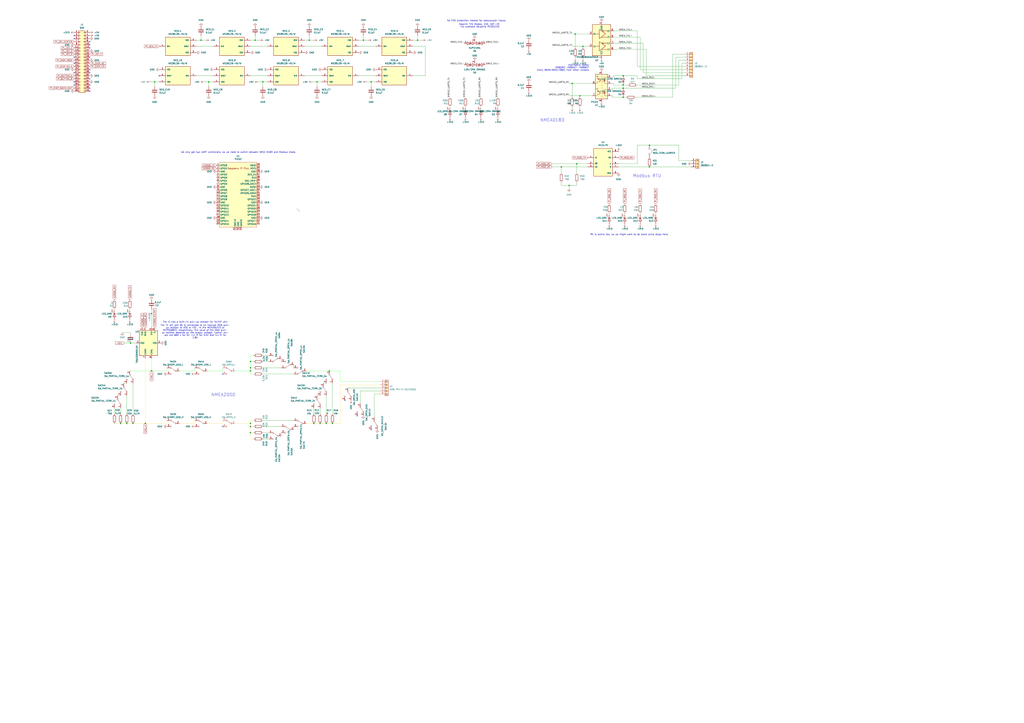
<source format=kicad_sch>
(kicad_sch (version 20231120) (generator "eeschema") (generator_version "8.0")
  (paper "A1")
  (title_block (title "MHV DEF CON 33 Badge") (rev "0.1.1-fault") (company "Maritime Hacking Village"))
  (junction (at 270.51 304.8))
  (junction (at 511.81 62.23))
  (junction (at 209.55 33.02))
  (junction (at 273.05 347.98))
  (junction (at 511.81 80.01))
  (junction (at 267.97 347.98))
  (junction (at 104.14 347.98))
  (junction (at 472.44 27.94))
  (junction (at 99.06 347.98))
  (junction (at 215.9 67.31))
  (junction (at 205.74 347.98))
  (junction (at 511.81 69.85))
  (junction (at 109.22 347.98))
  (junction (at 476.25 78.74))
  (junction (at 533.4 137.16))
  (junction (at 260.35 67.31))
  (junction (at 205.74 297.18))
  (junction (at 165.1 33.02))
  (junction (at 478.79 38.1))
  (junction (at 171.45 67.31))
  (junction (at 124.46 304.8))
  (junction (at 205.74 350.52))
  (junction (at 473.71 134.62))
  (junction (at 262.89 347.98))
  (junction (at 124.46 257.81))
  (junction (at 461.01 137.16))
  (junction (at 342.9 33.02))
  (junction (at 298.45 33.02))
  (junction (at 107.188 281.94))
  (junction (at 511.81 72.39))
  (junction (at 304.8 67.31))
  (junction (at 467.36 152.4))
  (junction (at 205.74 302.26))
  (junction (at 469.9 68.58))
  (junction (at 205.74 355.6))
  (junction (at 254 33.02))
  (junction (at 119.38 347.98))
  (junction (at 205.74 304.8))
  (junction (at 257.81 347.98))
  (junction (at 533.4 119.38))
  (junction (at 127 67.31))
  (no_connect (at 130.81 62.23))
  (no_connect (at 73.66 69.85))
  (no_connect (at 73.66 46.99))
  (no_connect (at 73.66 34.29))
  (no_connect (at 304.8 353.06))
  (no_connect (at 60.96 69.85))
  (no_connect (at 293.37 341.63))
  (no_connect (at 182.88 350.52))
  (no_connect (at 182.88 307.34))
  (no_connect (at 73.66 74.93))
  (no_connect (at 60.96 59.69))
  (no_connect (at 73.66 39.37))
  (no_connect (at 73.66 64.77))
  (no_connect (at 73.66 36.83))
  (no_connect (at 60.96 31.75))
  (no_connect (at 73.66 59.69))
  (no_connect (at 73.66 57.15))
  (no_connect (at 60.96 29.21))
  (no_connect (at 60.96 67.31))
  (no_connect (at 283.21 328.93))
  (no_connect (at 60.96 46.99))
  (no_connect (at 60.96 52.07))
  (no_connect (at 73.66 72.39))
  (bus_entry (at 243.84 171.45) (size 2.54 2.54))
  (wire (pts (xy 486.41 68.58) (xy 469.9 68.58)))
  (wire (pts (xy 209.55 29.21) (xy 209.55 33.02)))
  (wire (pts (xy 501.65 73.66) (xy 502.92 73.66)))
  (wire (pts (xy 307.34 323.85) (xy 307.34 342.9)))
  (wire (pts (xy 161.29 62.23) (xy 175.26 62.23)))
  (wire (pts (xy 504.19 35.56) (xy 528.32 35.56)))
  (wire (pts (xy 205.74 347.98) (xy 193.04 347.98)) (stroke (width 0) (color 255 207 69 1)))
  (wire (pts (xy 557.53 132.08) (xy 557.53 119.38)))
  (wire (pts (xy 215.9 307.34) (xy 241.3 307.34)))
  (wire (pts (xy 165.1 29.21) (xy 165.1 33.02)))
  (wire (pts (xy 298.45 33.02) (xy 302.26 33.02)))
  (wire (pts (xy 504.19 62.23) (xy 511.81 62.23)))
  (wire (pts (xy 254 33.02) (xy 257.81 33.02)))
  (wire (pts (xy 461.01 137.16) (xy 461.01 142.24)))
  (wire (pts (xy 107.188 273.304) (xy 100.457 273.304)))
  (wire (pts (xy 500.38 176.53) (xy 500.38 175.26)))
  (wire (pts (xy 130.81 67.31) (xy 127 67.31)))
  (wire (pts (xy 93.98 335.28) (xy 93.98 340.36)))
  (wire (pts (xy 96.52 325.12) (xy 99.06 325.12)))
  (wire (pts (xy 205.74 360.68) (xy 208.28 360.68)) (stroke (width 0) (color 255 207 69 1)))
  (wire (pts (xy 478.79 38.1) (xy 469.9 38.1)))
  (wire (pts (xy 241.3 299.72) (xy 241.3 302.26)))
  (wire (pts (xy 205.74 297.18) (xy 208.28 297.18)) (stroke (width 0) (color 61 255 52 1)))
  (wire (pts (xy 515.62 69.85) (xy 511.81 69.85)))
  (wire (pts (xy 308.61 67.31) (xy 304.8 67.31)))
  (wire (pts (xy 523.24 64.77) (xy 523.24 62.23)))
  (wire (pts (xy 312.42 318.77) (xy 285.75 318.77)))
  (wire (pts (xy 279.4 316.23) (xy 279.4 347.98)) (stroke (width 0) (color 255 207 69 1)))
  (wire (pts (xy 504.19 40.64) (xy 530.86 40.64)))
  (wire (pts (xy 461.01 152.4) (xy 461.01 149.86)))
  (wire (pts (xy 208.28 345.44) (xy 205.74 345.44)) (stroke (width 0) (color 255 207 69 1)))
  (wire (pts (xy 562.61 59.69) (xy 528.32 59.69)))
  (wire (pts (xy 107.188 274.32) (xy 107.188 273.304)))
  (wire (pts (xy 394.97 87.63) (xy 394.97 88.9)))
  (wire (pts (xy 147.32 347.98) (xy 160.02 347.98)) (stroke (width 0) (color 255 207 69 1)))
  (wire (pts (xy 304.8 71.12) (xy 304.8 67.31)))
  (wire (pts (xy 478.79 48.26) (xy 478.79 46.99)))
  (wire (pts (xy 127 67.31) (xy 123.19 67.31)))
  (wire (pts (xy 533.4 119.38) (xy 557.53 119.38)))
  (wire (pts (xy 215.9 67.31) (xy 212.09 67.31)))
  (wire (pts (xy 109.22 347.98) (xy 119.38 347.98)) (stroke (width 0) (color 255 207 69 1)))
  (wire (pts (xy 231.14 358.14) (xy 231.14 355.6)))
  (wire (pts (xy 215.9 302.26) (xy 231.14 302.26)))
  (wire (pts (xy 307.34 323.85) (xy 312.42 323.85)))
  (wire (pts (xy 205.74 355.6) (xy 205.74 360.68)) (stroke (width 0) (color 255 207 69 1)))
  (wire (pts (xy 205.74 297.18) (xy 205.74 302.26)) (stroke (width 0) (color 61 255 52 1)))
  (wire (pts (xy 523.24 134.62) (xy 523.24 119.38)))
  (wire (pts (xy 205.74 307.34) (xy 208.28 307.34)) (stroke (width 0) (color 61 255 52 1)))
  (wire (pts (xy 209.55 33.02) (xy 213.36 33.02)))
  (wire (pts (xy 504.19 69.85) (xy 504.19 68.58)))
  (wire (pts (xy 215.9 355.6) (xy 220.98 355.6)))
  (wire (pts (xy 473.71 134.62) (xy 482.6 134.62)))
  (wire (pts (xy 241.3 353.06) (xy 241.3 350.52)))
  (wire (pts (xy 502.92 73.66) (xy 502.92 72.39)))
  (wire (pts (xy 342.9 33.02) (xy 346.71 33.02)))
  (wire (pts (xy 552.45 44.45) (xy 552.45 80.01)))
  (wire (pts (xy 109.22 340.36) (xy 109.22 314.96)))
  (wire (pts (xy 147.32 304.8) (xy 160.02 304.8)) (stroke (width 0) (color 61 255 52 1)))
  (wire (pts (xy 250.19 62.23) (xy 264.16 62.23)))
  (wire (pts (xy 483.87 38.1) (xy 478.79 38.1)))
  (wire (pts (xy 513.08 175.26) (xy 513.08 176.53)))
  (wire (pts (xy 486.41 78.74) (xy 476.25 78.74)))
  (wire (pts (xy 476.25 88.9) (xy 476.25 87.63)))
  (wire (pts (xy 469.9 88.9) (xy 469.9 87.63)))
  (wire (pts (xy 514.35 80.01) (xy 511.81 80.01)))
  (wire (pts (xy 562.61 57.15) (xy 525.78 57.15)))
  (wire (pts (xy 106.68 304.8) (xy 124.46 304.8)) (stroke (width 0) (color 61 255 52 1)))
  (wire (pts (xy 562.61 44.45) (xy 552.45 44.45)))
  (wire (pts (xy 525.78 176.53) (xy 525.78 175.26)))
  (wire (pts (xy 342.9 29.21) (xy 342.9 33.02)))
  (wire (pts (xy 530.86 40.64) (xy 530.86 62.23)))
  (wire (pts (xy 562.61 46.99) (xy 554.99 46.99)))
  (wire (pts (xy 523.24 54.61) (xy 523.24 25.4)))
  (wire (pts (xy 264.16 67.31) (xy 260.35 67.31)))
  (wire (pts (xy 205.74 38.1) (xy 219.71 38.1)))
  (wire (pts (xy 124.46 254) (xy 124.46 257.81)))
  (wire (pts (xy 538.48 175.26) (xy 538.48 176.53)))
  (wire (pts (xy 93.98 255.27) (xy 93.98 254)))
  (wire (pts (xy 160.02 304.8) (xy 160.02 302.26)) (stroke (width 0) (color 61 255 52 1)))
  (wire (pts (xy 473.71 152.4) (xy 473.71 149.86)))
  (wire (pts (xy 562.61 54.61) (xy 523.24 54.61)))
  (wire (pts (xy 215.9 297.18) (xy 220.98 297.18)))
  (wire (pts (xy 267.97 347.98) (xy 273.05 347.98)) (stroke (width 0) (color 255 207 69 1)))
  (wire (pts (xy 408.94 88.9) (xy 408.94 87.63)))
  (wire (pts (xy 279.4 313.69) (xy 312.42 313.69)) (stroke (width 0) (color 61 255 52 1)))
  (wire (pts (xy 295.91 321.31) (xy 312.42 321.31)))
  (wire (pts (xy 215.9 71.12) (xy 215.9 67.31)))
  (wire (pts (xy 205.74 350.52) (xy 208.28 350.52)) (stroke (width 0) (color 255 207 69 1)))
  (wire (pts (xy 262.89 347.98) (xy 267.97 347.98)) (stroke (width 0) (color 255 207 69 1)))
  (wire (pts (xy 124.46 304.8) (xy 137.16 304.8)) (stroke (width 0) (color 61 255 52 1)))
  (wire (pts (xy 161.29 38.1) (xy 175.26 38.1)))
  (wire (pts (xy 294.64 38.1) (xy 308.61 38.1)))
  (wire (pts (xy 250.19 33.02) (xy 254 33.02)))
  (wire (pts (xy 102.108 281.94) (xy 107.188 281.94)))
  (wire (pts (xy 511.81 72.39) (xy 502.92 72.39)))
  (wire (pts (xy 104.14 340.36) (xy 104.14 325.12)))
  (wire (pts (xy 104.14 347.98) (xy 109.22 347.98)) (stroke (width 0) (color 255 207 69 1)))
  (wire (pts (xy 137.16 304.8) (xy 137.16 302.26)) (stroke (width 0) (color 61 255 52 1)))
  (wire (pts (xy 251.46 347.98) (xy 257.81 347.98)) (stroke (width 0) (color 255 207 69 1)))
  (wire (pts (xy 521.97 80.01) (xy 552.45 80.01)))
  (wire (pts (xy 467.36 152.4) (xy 467.36 154.94)))
  (wire (pts (xy 557.53 49.53) (xy 557.53 69.85)))
  (wire (pts (xy 205.74 33.02) (xy 209.55 33.02)))
  (wire (pts (xy 508 134.62) (xy 523.24 134.62)))
  (wire (pts (xy 165.1 33.02) (xy 168.91 33.02)))
  (wire (pts (xy 472.44 27.94) (xy 469.9 27.94)))
  (wire (pts (xy 453.39 137.16) (xy 461.01 137.16)))
  (wire (pts (xy 251.46 304.8) (xy 270.51 304.8)) (stroke (width 0) (color 61 255 52 1)))
  (wire (pts (xy 260.35 67.31) (xy 256.54 67.31)))
  (wire (pts (xy 504.19 63.5) (xy 501.65 63.5)))
  (wire (pts (xy 93.98 347.98) (xy 99.06 347.98)) (stroke (width 0) (color 255 207 69 1)))
  (wire (pts (xy 262.89 340.36) (xy 262.89 335.28)))
  (wire (pts (xy 205.74 304.8) (xy 193.04 304.8)) (stroke (width 0) (color 61 255 52 1)))
  (wire (pts (xy 557.53 132.08) (xy 567.69 132.08)))
  (wire (pts (xy 504.19 62.23) (xy 504.19 63.5)))
  (wire (pts (xy 260.35 71.12) (xy 260.35 67.31)))
  (wire (pts (xy 127 71.12) (xy 127 67.31)))
  (wire (pts (xy 273.05 340.36) (xy 273.05 314.96)))
  (wire (pts (xy 161.29 33.02) (xy 165.1 33.02)))
  (wire (pts (xy 483.87 27.94) (xy 472.44 27.94)))
  (wire (pts (xy 508 137.16) (xy 533.4 137.16)))
  (wire (pts (xy 294.64 33.02) (xy 298.45 33.02)))
  (wire (pts (xy 205.74 302.26) (xy 205.74 304.8)) (stroke (width 0) (color 61 255 52 1)))
  (wire (pts (xy 205.74 304.8) (xy 205.74 307.34)) (stroke (width 0) (color 61 255 52 1)))
  (wire (pts (xy 295.91 321.31) (xy 295.91 331.47)))
  (wire (pts (xy 298.45 29.21) (xy 298.45 33.02)))
  (wire (pts (xy 469.9 68.58) (xy 467.36 68.58)))
  (wire (pts (xy 205.74 292.1) (xy 205.74 297.18)) (stroke (width 0) (color 61 255 52 1)))
  (wire (pts (xy 523.24 119.38) (xy 533.4 119.38)))
  (wire (pts (xy 260.35 325.12) (xy 262.89 325.12)))
  (wire (pts (xy 99.06 347.98) (xy 104.14 347.98)) (stroke (width 0) (color 255 207 69 1)))
  (wire (pts (xy 119.38 347.98) (xy 137.16 347.98)) (stroke (width 0) (color 255 207 69 1)))
  (wire (pts (xy 182.88 345.44) (xy 182.88 347.98)) (stroke (width 0) (color 255 207 69 1)))
  (wire (pts (xy 99.06 340.36) (xy 99.06 335.28)))
  (wire (pts (xy 349.25 38.1) (xy 349.25 62.23)))
  (wire (pts (xy 205.74 62.23) (xy 219.71 62.23)))
  (wire (pts (xy 124.46 257.81) (xy 124.46 269.24)))
  (wire (pts (xy 523.24 69.85) (xy 557.53 69.85)))
  (wire (pts (xy 530.86 62.23) (xy 562.61 62.23)))
  (wire (pts (xy 205.74 347.98) (xy 205.74 345.44)) (stroke (width 0) (color 255 207 69 1)))
  (wire (pts (xy 476.25 78.74) (xy 467.36 78.74)))
  (wire (pts (xy 294.64 62.23) (xy 308.61 62.23)))
  (wire (pts (xy 511.81 69.85) (xy 504.19 69.85)))
  (wire (pts (xy 469.9 80.01) (xy 469.9 68.58)))
  (wire (pts (xy 504.19 25.4) (xy 523.24 25.4)))
  (wire (pts (xy 171.45 67.31) (xy 167.64 67.31)))
  (wire (pts (xy 473.71 152.4) (xy 467.36 152.4)))
  (wire (pts (xy 219.71 67.31) (xy 215.9 67.31)))
  (wire (pts (xy 560.07 64.77) (xy 523.24 64.77)))
  (wire (pts (xy 511.81 62.23) (xy 523.24 62.23)))
  (wire (pts (xy 220.98 360.68) (xy 215.9 360.68)))
  (wire (pts (xy 267.97 340.36) (xy 267.97 325.12)))
  (wire (pts (xy 562.61 52.07) (xy 560.07 52.07)))
  (wire (pts (xy 567.69 137.16) (xy 533.4 137.16)))
  (wire (pts (xy 205.74 355.6) (xy 208.28 355.6)) (stroke (width 0) (color 255 207 69 1)))
  (wire (pts (xy 502.92 80.01) (xy 502.92 78.74)))
  (wire (pts (xy 504.19 68.58) (xy 501.65 68.58)))
  (wire (pts (xy 170.18 304.8) (xy 182.88 304.8)) (stroke (width 0) (color 61 255 52 1)))
  (wire (pts (xy 101.6 314.96) (xy 104.14 314.96)))
  (wire (pts (xy 279.4 316.23) (xy 312.42 316.23)) (stroke (width 0) (color 255 207 69 1)))
  (wire (pts (xy 476.25 78.74) (xy 476.25 80.01)))
  (wire (pts (xy 478.79 39.37) (xy 478.79 38.1)))
  (wire (pts (xy 215.9 350.52) (xy 231.14 350.52)))
  (wire (pts (xy 562.61 49.53) (xy 557.53 49.53)))
  (wire (pts (xy 304.8 67.31) (xy 300.99 67.31)))
  (wire (pts (xy 382.27 88.9) (xy 382.27 87.63)))
  (wire (pts (xy 107.188 281.94) (xy 111.76 281.94)))
  (wire (pts (xy 215.9 345.44) (xy 241.3 345.44)))
  (wire (pts (xy 205.74 302.26) (xy 208.28 302.26)) (stroke (width 0) (color 61 255 52 1)))
  (wire (pts (xy 472.44 39.37) (xy 472.44 27.94)))
  (wire (pts (xy 175.26 67.31) (xy 171.45 67.31)))
  (wire (pts (xy 220.98 292.1) (xy 215.9 292.1)))
  (wire (pts (xy 205.74 292.1) (xy 208.28 292.1)) (stroke (width 0) (color 61 255 52 1)))
  (wire (pts (xy 279.4 304.8) (xy 279.4 313.69)) (stroke (width 0) (color 61 255 52 1)))
  (wire (pts (xy 525.78 57.15) (xy 525.78 30.48)))
  (wire (pts (xy 461.01 152.4) (xy 467.36 152.4)))
  (wire (pts (xy 205.74 350.52) (xy 205.74 347.98)) (stroke (width 0) (color 255 207 69 1)))
  (wire (pts (xy 257.81 335.28) (xy 257.81 340.36)))
  (wire (pts (xy 160.02 347.98) (xy 160.02 345.44)) (stroke (width 0) (color 255 207 69 1)))
  (wire (pts (xy 119.38 294.64) (xy 119.38 347.98)) (stroke (width 0) (color 255 207 69 1)))
  (wire (pts (xy 250.19 38.1) (xy 264.16 38.1)))
  (wire (pts (xy 273.05 347.98) (xy 279.4 347.98)) (stroke (width 0) (color 255 207 69 1)))
  (wire (pts (xy 554.99 46.99) (xy 554.99 72.39)))
  (wire (pts (xy 182.88 304.8) (xy 182.88 302.26)) (stroke (width 0) (color 61 255 52 1)))
  (wire (pts (xy 137.16 347.98) (xy 137.16 345.44)) (stroke (width 0) (color 255 207 69 1)))
  (wire (pts (xy 339.09 38.1) (xy 349.25 38.1)))
  (wire (pts (xy 106.68 255.27) (xy 106.68 254)))
  (wire (pts (xy 265.43 314.96) (xy 267.97 314.96)))
  (wire (pts (xy 270.51 304.8) (xy 279.4 304.8)) (stroke (width 0) (color 61 255 52 1)))
  (wire (pts (xy 170.18 347.98) (xy 182.88 347.98)) (stroke (width 0) (color 255 207 69 1)))
  (wire (pts (xy 473.71 134.62) (xy 473.71 142.24)))
  (wire (pts (xy 205.74 355.6) (xy 205.74 350.52)) (stroke (width 0) (color 255 207 69 1)))
  (wire (pts (xy 528.32 59.69) (xy 528.32 35.56)))
  (wire (pts (xy 257.81 347.98) (xy 262.89 347.98)) (stroke (width 0) (color 255 207 69 1)))
  (wire (pts (xy 511.81 80.01) (xy 502.92 80.01)))
  (wire (pts (xy 231.14 294.64) (xy 231.14 297.18)))
  (wire (pts (xy 349.25 62.23) (xy 339.09 62.23)))
  (wire (pts (xy 124.46 294.64) (xy 124.46 304.8)) (stroke (width 0) (color 61 255 52 1)))
  (wire (pts (xy 171.45 71.12) (xy 171.45 67.31)))
  (wire (pts (xy 453.39 134.62) (xy 473.71 134.62)))
  (wire (pts (xy 339.09 33.02) (xy 342.9 33.02)))
  (wire (pts (xy 254 29.21) (xy 254 33.02)))
  (wire (pts (xy 511.81 72.39) (xy 554.99 72.39)))
  (wire (pts (xy 504.19 30.48) (xy 525.78 30.48)))
  (wire (pts (xy 560.07 52.07) (xy 560.07 64.77)))
  (wire (pts (xy 472.44 48.26) (xy 472.44 46.99)))
  (wire (pts (xy 502.92 78.74) (xy 501.65 78.74)))
  (wire (pts (xy 461.01 137.16) (xy 482.6 137.16)))
  (wire (pts (xy 369.57 88.9) (xy 369.57 87.63)))
  (rectangle (start 100.838 236.22) (end 100.838 236.22))
  (text "Search: TVS Diodes, CAN, SOT-23\nFor example Nexperia PESD1CAN" (at 410.21 22.86 0) (effects (font (size 1.27 1.27)) (justify right bottom)))
  (text "NMEA0183" (at 463.55 100.33 0) (effects (font (size 2.54 2.54)) (justify right bottom)))
  (text "Alternative Optos:\nVO0630T, VO0631T, VO0661T\nLikely 0630/0631/0661 from other vendors" (at 483.87 58.42 0) (effects (font (size 1.27 1.27)) (justify right bottom)))
  (text "NMEA2000" (at 183.388 324.612 0) (effects (font (size 2.54 2.54))))
  (text "The 'S' pin (pin 8) is connected to an internal MOS pull-\nup resistor to VDD or VIO , in the MCP2557FD or\nMCP2558FD, respectively. The value of the MOS pull-\nup resistor depends on the supply voltage. Typical val-\nues are 660 k for 5V, 1.1 M for 3.3V and 4.4 M for\n1.8V\n" (at 160.274 272.542 0) (effects (font (size 1.27 1.27))))
  (text "No ESD protection needed for optocoupler inputs" (at 415.29 17.78 0) (effects (font (size 1.27 1.27)) (justify right bottom)))
  (text "We only get two UART controllers, so we need to switch between NMEA 0183 and Modbus mode.\n" (at 195.834 125.222 0) (effects (font (size 1.27 1.27))))
  (text "Modbus RTU" (at 543.052 146.05 0) (effects (font (size 2.54 2.54)) (justify right bottom)))
  (text "RE is active low, so we might want to do some extra steps here." (at 516.89 192.786 0) (effects (font (size 1.27 1.27))))
  (text "The IC has a built-in pull-up resistor for SILENT pin:" (at 160.274 264.668 0) (effects (font (size 1.27 1.27))))
  (label "NMEA_TX1-" (at 519.43 30.48 180))
  (label "NMEA_TX1+" (at 519.43 25.4 180))
  (label "NMEA1_UART3_RX" (at 467.36 78.74 180))
  (label "NMEA_RX1-" (at 538.48 72.39 180))
  (label "NMEA_RX2-" (at 538.48 64.77 180))
  (label "NMEA_TX1+" (at 398.78 53.34 0))
  (label "NMEA2_UART5_TX" (at 469.9 38.1 180))
  (label "NMEA_TX1-" (at 381 53.34 180))
  (label "NMEA_RX2+" (at 538.48 69.85 180))
  (label "NMEA2_UART5_TX" (at 369.57 80.01 90))
  (label "NMEA_TX2-" (at 381 35.56 180))
  (label "NMEA2_UART5_RX" (at 467.36 68.58 180))
  (label "NMEA_TX2-" (at 519.43 40.64 180))
  (label "NMEA_TX2+" (at 398.78 35.56 0))
  (label "NMEA1_UART3_RX" (at 408.94 80.01 90))
  (label "NMEA_RX1+" (at 538.48 80.01 180))
  (label "NMEA2_UART5_RX" (at 394.97 80.01 90))
  (label "NMEA1_UART3_TX" (at 469.9 27.94 180))
  (label "NMEA1_UART3_TX" (at 382.27 80.01 90))
  (label "NMEA_TX2+" (at 519.43 35.56 180))
  (global_label "PI_JOY_2" (shape input) (at 60.96 41.91 180) (property "Intersheetrefs" "${INTERSHEET_REFS}" (effects (hide yes))))
  (global_label "N2000_RX" (shape input) (at 93.98 246.38 90) (property "Intersheetrefs" "${INTERSHEET_REFS}" (effects (hide yes))))
  (global_label "N2000_TX" (shape input) (at 106.68 246.38 90) (property "Intersheetrefs" "${INTERSHEET_REFS}" (effects (hide yes))))
  (global_label "PI_MOD_DE" (shape input) (at 500.38 167.64 90) (property "Intersheetrefs" "${INTERSHEET_REFS}" (effects (hide yes))))
  (global_label "PI_MOD_TX" (shape input) (at 482.6 129.54 180) (property "Intersheetrefs" "${INTERSHEET_REFS}" (effects (hide yes))))
  (global_label "+5V1" (shape input) (at 102.108 281.94 180) (property "Intersheetrefs" "${INTERSHEET_REFS}" (effects (hide yes))))
  (global_label "PI_DISP_DC" (shape input) (at 73.66 52.07 0) (property "Intersheetrefs" "${INTERSHEET_REFS}" (effects (hide yes))))
  (global_label "PI_DISP_MOSI" (shape input) (at 60.96 49.53 180) (property "Intersheetrefs" "${INTERSHEET_REFS}" (effects (hide yes))))
  (global_label "PI_JOY_4" (shape input) (at 73.66 44.45 0) (property "Intersheetrefs" "${INTERSHEET_REFS}" (effects (hide yes))))
  (global_label "CAN_H" (shape input) (at 119.38 347.98 270) (property "Intersheetrefs" "${INTERSHEET_REFS}" (effects (hide yes))))
  (global_label "PI_JOY_1" (shape input) (at 60.96 39.37 180) (property "Intersheetrefs" "${INTERSHEET_REFS}" (effects (hide yes))))
  (global_label "N2000_RX" (shape input) (at 177.8 138.43 180) (property "Intersheetrefs" "${INTERSHEET_REFS}" (effects (hide yes))))
  (global_label "PI_BUTTON_A" (shape input) (at 60.96 62.23 180) (property "Intersheetrefs" "${INTERSHEET_REFS}" (effects (hide yes))))
  (global_label "PI_DISP_BACKLIGHT" (shape input) (at 60.96 72.39 180) (property "Intersheetrefs" "${INTERSHEET_REFS}" (effects (hide yes))))
  (global_label "PI_JOY_CENTER" (shape input) (at 60.96 34.29 180) (property "Intersheetrefs" "${INTERSHEET_REFS}" (effects (hide yes))))
  (global_label "PI_DISP_SCLK" (shape input) (at 60.96 54.61 180) (property "Intersheetrefs" "${INTERSHEET_REFS}" (effects (hide yes))))
  (global_label "PI_BUTTON_B" (shape input) (at 60.96 64.77 180) (property "Intersheetrefs" "${INTERSHEET_REFS}" (effects (hide yes))))
  (global_label "PI_MOD_RX" (shape input) (at 508 129.54 0) (property "Intersheetrefs" "${INTERSHEET_REFS}" (effects (hide yes))))
  (global_label "N2000_TX" (shape input) (at 177.8 135.89 180) (property "Intersheetrefs" "${INTERSHEET_REFS}" (effects (hide yes))))
  (global_label "PI_MOD_DE" (shape input) (at 453.39 137.16 180) (property "Intersheetrefs" "${INTERSHEET_REFS}" (effects (hide yes))))
  (global_label "N2000_RX" (shape input) (at 119.38 269.24 90) (property "Intersheetrefs" "${INTERSHEET_REFS}" (effects (hide yes))))
  (global_label "CAN_L" (shape input) (at 124.46 304.8 270) (property "Intersheetrefs" "${INTERSHEET_REFS}" (effects (hide yes))))
  (global_label "N2000_TX" (shape input) (at 116.84 269.24 90) (property "Intersheetrefs" "${INTERSHEET_REFS}" (effects (hide yes))))
  (global_label "N2000_SILENT" (shape input) (at 127 269.24 90) (property "Intersheetrefs" "${INTERSHEET_REFS}" (effects (hide yes))))
  (global_label "PI_MOD_RX" (shape input) (at 538.48 167.64 90) (property "Intersheetrefs" "${INTERSHEET_REFS}" (effects (hide yes))))
  (global_label "PI_NEO_TX" (shape input) (at 130.81 38.1 180) (property "Intersheetrefs" "${INTERSHEET_REFS}" (effects (hide yes))))
  (global_label "PI_DISP_CS" (shape input) (at 73.66 54.61 0) (property "Intersheetrefs" "${INTERSHEET_REFS}" (effects (hide yes))))
  (global_label "PI_MOD_RE" (shape input) (at 513.08 167.64 90) (property "Intersheetrefs" "${INTERSHEET_REFS}" (effects (hide yes))))
  (global_label "PI_MOD_TX" (shape input) (at 525.78 167.64 90) (property "Intersheetrefs" "${INTERSHEET_REFS}" (effects (hide yes))))
  (global_label "PI_MOD_RE" (shape input) (at 453.39 134.62 180) (property "Intersheetrefs" "${INTERSHEET_REFS}" (effects (hide yes))))
  (global_label "PI_JOY_3" (shape input) (at 60.96 44.45 180) (property "Intersheetrefs" "${INTERSHEET_REFS}" (effects (hide yes))))
  (symbol (lib_id "Connector_Generic:Conn_02x20_Odd_Even") (at 66.04 49.53 0) (unit 1)
    (property "Reference" "J1" (at 67.31 20.32 0))
    (property "Value" "SAO" (at 67.31 22.86 0))
    (property "Footprint" "Library:SFH11-NBPC-D03-ST-BK" (effects (hide yes)))
    (property "Datasheet" "https://s3.amazonaws.com/catalogspreads-pdf/PAGE123%20.100%20SFH11%20SERIES%20FEMALE%20HDR%20ST%20RA.pdf" (effects (hide yes)))
    (property "Description" "CONN HDR 6POS 0.1 GOLD PCB" (effects (hide yes)))
    (property "Height" "9.1" (effects hide))
    (property "Manufacturer" "Sullins Connector Solutions" (effects hide))
    (property "Manufacturer Part Number" "SFH11-NBPC-D03-ST-BK" (effects hide))
  )
  (symbol (lib_id "Device:R") (at 99.06 344.17 0) (unit 1)
    (property "Reference" "R28" (at 94.488 337.058 0) (effects (justify left)))
    (property "Value" "5.1M" (at 94.488 339.598 0) (effects (justify left)))
    (property "Footprint" "Resistor_SMD:R_0603_1608Metric" (effects (hide yes)))
    (property "Datasheet" "https://fscdn.rohm.com/en/products/databook/datasheet/passive/resistor/chip_resistor/ktr-e.pdf" (effects (hide yes)))
    (property "Description" "RES SMD 5.1M OHM 1% 1/10W 0603" (effects (hide yes)))
    (property "Tolerance" "1%" (effects hide))
    (property "Manufacturer" "Rohm Semiconductor" (effects hide))
    (property "Manufacturer Part Number" "KTR03EZPF5104" (effects hide))
  )
  (symbol (lib_id "power:GND") (at 137.16 350.52 270) (mirror x) (unit 1)
    (property "Reference" "#PWR022" (effects (hide yes)))
    (property "Value" "GND" (at 133.35 350.5199 90) (effects (justify right)))
    (property "Description" "Power symbol creates a global label with name \"GND\" , ground" (effects (hide yes)))
  )
  (symbol (lib_id "Switch:SW_DPDT_x2") (at 236.22 353.06 0) (mirror y) (unit 1)
    (property "Reference" "SW16" (at 239.522 374.396 90) (effects (justify left)))
    (property "Value" "SW_PARTIAL_OPEN_Hb" (at 236.982 374.396 90) (effects (justify left)))
  )
  (symbol (lib_id "Device:LED") (at 106.68 259.08 270) (unit 1)
    (property "Reference" "D10" (at 102.87 260.35 90))
    (property "Value" "LED_GRN" (at 100.33 257.81 90))
    (property "Footprint" "LED_SMD:LED_0603_1608Metric" (effects (hide yes)))
  )
  (symbol (lib_id "Device:C") (at 171.45 74.93 180) (unit 1)
    (property "Reference" "NEO_C9" (at 175.26 73.6599 0) (effects (justify right)))
    (property "Value" "0.1μF" (at 175.26 76.1999 0) (effects (justify right)))
    (property "Description" "Unpolarized capacitor" (effects (hide yes)))
  )
  (symbol (lib_name "GND_6") (lib_id "power:GND") (at 298.45 21.59 180) (unit 1)
    (property "Reference" "#PWR052" (effects (hide yes)))
    (property "Value" "GND" (at 298.45 16.51 0))
    (property "Description" "Power symbol creates a global label with name \"GND\" , ground" (effects (hide yes)))
  )
  (symbol (lib_id "power:+3V3") (at 394.97 96.52 180) (unit 1)
    (property "Reference" "#PWR014" (effects (hide yes)))
    (property "Value" "+3V3" (at 394.97 100.33 0))
  )
  (symbol (lib_id "Device:C") (at 298.45 25.4 0) (unit 1)
    (property "Reference" "NEO_C4" (at 302.26 24.1299 0) (effects (justify left)))
    (property "Value" "0.1μF" (at 302.26 26.6699 0) (effects (justify left)))
    (property "Description" "Unpolarized capacitor" (effects (hide yes)))
  )
  (symbol (lib_name "GND_6") (lib_id "power:GND") (at 215.9 78.74 0) (unit 1)
    (property "Reference" "#PWR067" (effects (hide yes)))
    (property "Value" "GND" (at 215.9 83.82 0))
    (property "Description" "Power symbol creates a global label with name \"GND\" , ground" (effects (hide yes)))
  )
  (symbol (lib_id "NeoPixel:2758") (at 190.5 62.23 180) (unit 1)
    (property "Reference" "NEO_9" (at 190.5 49.53 0))
    (property "Value" "WS2812B-V5/W" (at 190.5 52.07 0))
    (property "Footprint" "Library:SOL320P540X170-4N" (effects (hide yes)))
    (property "Datasheet" "https://www.lcsc.com/datasheet/lcsc_datasheet_2412051755_Worldsemi-WS2812B-V5-W_C2874885.pdf" (effects (hide yes)))
    (property "Description" "INTELLIGENT CONTROL RGB LED 5050 WHITE" (effects hide))
    (property "Manufacturer" "WorldSemi" (effects hide))
    (property "Package" "5050" (effects hide))
    (property "Height" "1.7" (effects hide))
    (property "Manufacturer Part Number" "WS2812B-V5/W" (effects hide))
  )
  (symbol (lib_id "Device:LED") (at 394.97 92.71 270) (unit 1)
    (property "Reference" "D4" (at 391.16 93.98 90))
    (property "Value" "1.8V/2MA ORANGE" (at 388.62 91.44 90))
    (property "Footprint" "LED_SMD:LED_0603_1608Metric" (effects (hide yes)))
    (property "Datasheet" "https://www.kingbrightusa.com/images/catalog/SPEC/APT1608LSECK-J4-PRV.pdf" (effects (hide yes)))
    (property "Color" "ORANGE" (effects hide))
    (property "Description" "LED ORANGE CLEAR 2SMD" (effects hide))
    (property "Label" "RX_TX_TIE" (effects hide))
    (property "Manufacturer" "Kingbright" (effects hide))
    (property "Manufacturer Part Number" "APT1608LSECK/J4-PRV" (effects hide))
    (property "Package" "0603" (effects hide))
  )
  (symbol (lib_id "Switch:SW_DPDT_x2") (at 260.35 330.2 270) (unit 1)
    (property "Reference" "SW1" (at 238.76 326.898 90) (effects (justify left)))
    (property "Value" "SW_PARTIAL_TERM_2c" (at 238.76 329.438 90) (effects (justify left)))
  )
  (symbol (lib_id "Device:R") (at 273.05 344.17 0) (unit 1)
    (property "Reference" "R18" (at 273.812 337.312 0) (effects (justify left)))
    (property "Value" "10k" (at 273.812 339.852 0) (effects (justify left)))
    (property "Footprint" "Library:RESPACK_4X0603" (effects (hide yes)))
    (property "Datasheet" "https://industrial.panasonic.com/cdbs/www-data/pdf/AOC0000/AOC0000C14.pdf" (effects (hide yes)))
    (property "Description" "RES ARRAY 4 RES 10K OHM 1206" (effects (hide yes)))
    (property "Tolerance" "1%" (effects hide))
    (property "Manufacturer" "Panasonic Electronic Components" (effects hide))
    (property "Manufacturer Part Number" "EXB-38V103JV" (effects hide))
  )
  (symbol (lib_name "GND_7") (lib_id "power:GND") (at 219.71 57.15 270) (unit 1)
    (property "Reference" "#PWR068" (effects (hide yes)))
    (property "Value" "GND" (at 215.9 57.1499 90) (effects (justify right)))
    (property "Description" "Power symbol creates a global label with name \"GND\" , ground" (effects (hide yes)))
  )
  (symbol (lib_name "+5V_1") (lib_id "power:+5V") (at 212.09 67.31 90) (unit 1)
    (property "Reference" "#PWR066" (effects (hide yes)))
    (property "Value" "+5V" (at 208.28 67.3101 90) (effects (justify left)))
    (property "Description" "Power symbol creates a global label with name \"+5V\"" (effects (hide yes)))
  )
  (symbol (lib_name "GND_1") (lib_id "power:GND") (at 177.8 179.07 270) (unit 1)
    (property "Reference" "#PWR037" (effects (hide yes)))
    (property "Value" "GND" (at 173.99 179.0699 90) (effects (justify right)))
    (property "Description" "Power symbol creates a global label with name \"GND\" , ground" (effects (hide yes)))
  )
  (symbol (lib_id "Device:D") (at 511.81 66.04 90) (unit 1)
    (property "Reference" "D2" (at 510.54 67.31 90) (effects (justify left)))
    (property "Value" "2.64V/2MA GREEN" (at 510.54 64.77 90) (effects (justify left)))
    (property "Footprint" "LED_SMD:LED_0603_1608Metric" (effects (hide yes)))
    (property "Datasheet" "https://www.kingbrightusa.com/images/catalog/SPEC/APT1608LZGCK.pdf" (effects (hide yes)))
    (property "Label" "CAN_TX" (effects hide))
    (property "Package" "0603" (effects hide))
    (property "Description" "LED GREEN CLEAR 2SMD" (effects hide))
    (property "Manufacturer" "Kingbright" (effects hide))
    (property "Color" "GREEN" (effects hide))
    (property "Manufacturer Part Number" "APT1608LZGCK" (effects hide))
  )
  (symbol (lib_id "power:GND") (at 137.16 307.34 270) (mirror x) (unit 1)
    (property "Reference" "#PWR021" (effects (hide yes)))
    (property "Value" "GND" (at 133.35 307.3399 90) (effects (justify right)))
    (property "Description" "Power symbol creates a global label with name \"GND\" , ground" (effects (hide yes)))
  )
  (symbol (lib_id "NeoPixel:2758") (at 190.5 38.1 0) (unit 1)
    (property "Reference" "NEO_2" (at 190.5 25.4 0))
    (property "Value" "WS2812B-V5/W" (at 190.5 27.94 0))
    (property "Footprint" "Library:SOL320P540X170-4N" (effects (hide yes)))
    (property "Datasheet" "https://www.lcsc.com/datasheet/lcsc_datasheet_2412051755_Worldsemi-WS2812B-V5-W_C2874885.pdf" (effects (hide yes)))
    (property "Description" "INTELLIGENT CONTROL RGB LED 5050 WHITE" (effects hide))
    (property "Manufacturer" "WorldSemi" (effects hide))
    (property "Package" "5050" (effects hide))
    (property "Height" "1.7" (effects hide))
    (property "Manufacturer Part Number" "WS2812B-V5/W" (effects hide))
  )
  (symbol (lib_name "GND_7") (lib_id "power:GND") (at 264.16 57.15 270) (unit 1)
    (property "Reference" "#PWR062" (effects (hide yes)))
    (property "Value" "GND" (at 260.35 57.1499 90) (effects (justify right)))
    (property "Description" "Power symbol creates a global label with name \"GND\" , ground" (effects (hide yes)))
  )
  (symbol (lib_id "power:VDD") (at 160.02 307.34 90) (mirror x) (unit 1)
    (property "Reference" "#PWR023" (effects (hide yes)))
    (property "Value" "VDD" (at 156.21 307.3399 90) (effects (justify left)))
  )
  (symbol (lib_id "power:GND") (at 434.34 33.02 180) (unit 1)
    (property "Reference" "#PWR012" (effects (hide yes)))
    (property "Value" "GND" (at 434.34 29.21 0))
  )
  (symbol (lib_id "Switch:SW_DPDT_x2") (at 106.68 309.88 270) (unit 1)
    (property "Reference" "SW25" (at 85.598 306.578 90) (effects (justify left)))
    (property "Value" "SW_PARTIAL_TERM_1a" (at 85.598 309.118 90) (effects (justify left)))
  )
  (symbol (lib_id "Device:LED") (at 500.38 180.34 270) (unit 1)
    (property "Reference" "D14" (at 496.57 181.61 90))
    (property "Value" "LED_GRN" (at 494.03 179.07 90))
    (property "Footprint" "LED_SMD:LED_0603_1608Metric" (effects (hide yes)))
  )
  (symbol (lib_id "Switch:SW_DPDT_x2") (at 246.38 347.98 0) (mirror y) (unit 1)
    (property "Reference" "SW17" (at 249.682 369.062 90) (effects (justify left)))
    (property "Value" "SW_PARTIAL_OPEN_Hc" (at 247.142 369.062 90) (effects (justify left)))
  )
  (symbol (lib_id "Device:R") (at 212.09 302.26 270) (unit 1)
    (property "Reference" "R24" (at 218.948 302.006 0) (effects (justify left)))
    (property "Value" "10k" (at 216.408 302.006 0) (effects (justify left)))
    (property "Footprint" "Resistor_SMD:R_0603_1608Metric" (effects (hide yes)))
    (property "Datasheet" "https://www.te.com/commerce/DocumentDelivery/DDEController?Action=srchrtrv&DocNm=1773204&DocType=DS&DocLang=English" (effects (hide yes)))
    (property "Description" "RES SMD 10K OHM 1% 1/10W 0603" (effects hide))
    (property "Manufacturer" "TE Connectivity Passive Product" (effects hide))
    (property "Tolerance" "1%" (effects hide))
    (property "Manufacturer Part Number" "CRG0603F10K" (effects hide))
  )
  (symbol (lib_id "Device:R") (at 538.48 171.45 180) (unit 1)
    (property "Reference" "R35" (at 537.21 172.72 0) (effects (justify left)))
    (property "Value" "10k" (at 537.21 170.18 0) (effects (justify left)))
    (property "Footprint" "Resistor_SMD:R_0603_1608Metric" (effects (hide yes)))
    (property "Datasheet" "https://www.te.com/commerce/DocumentDelivery/DDEController?Action=srchrtrv&DocNm=1773204&DocType=DS&DocLang=English" (effects (hide yes)))
    (property "Description" "RES SMD 10K OHM 1% 1/10W 0603" (effects (hide yes)))
    (property "Tolerance" "1%" (effects hide))
    (property "Manufacturer" "TE Connectivity Passive Product" (effects hide))
    (property "Manufacturer Part Number" "CRG0603F10K" (effects hide))
  )
  (symbol (lib_id "Device:LED") (at 525.78 180.34 270) (unit 1)
    (property "Reference" "D12" (at 521.97 181.61 90))
    (property "Value" "LED_GRN" (at 519.43 179.07 90))
    (property "Footprint" "LED_SMD:LED_0603_1608Metric" (effects (hide yes)))
  )
  (symbol (lib_name "GND_7") (lib_id "power:GND") (at 308.61 57.15 270) (unit 1)
    (property "Reference" "#PWR057" (effects (hide yes)))
    (property "Value" "GND" (at 304.8 57.1499 90) (effects (justify right)))
    (property "Description" "Power symbol creates a global label with name \"GND\" , ground" (effects (hide yes)))
  )
  (symbol (lib_id "power:+3V3") (at 469.9 88.9 180) (unit 1)
    (property "Reference" "#PWR08" (effects (hide yes)))
    (property "Value" "+3V3" (at 469.9 92.71 0))
  )
  (symbol (lib_id "Device:R") (at 257.81 344.17 0) (unit 1)
    (property "Reference" "R13" (at 251.968 337.312 0) (effects (justify left)))
    (property "Value" "10k" (at 251.968 339.852 0) (effects (justify left)))
    (property "Footprint" "Resistor_SMD:R_0603_1608Metric" (effects (hide yes)))
    (property "Datasheet" "https://www.te.com/commerce/DocumentDelivery/DDEController?Action=srchrtrv&DocNm=1773204&DocType=DS&DocLang=English" (effects (hide yes)))
    (property "Description" "RES SMD 10K OHM 1% 1/10W 0603" (effects (hide yes)))
    (property "Tolerance" "1%" (effects hide))
    (property "Manufacturer" "TE Connectivity Passive Product" (effects hide))
    (property "Manufacturer Part Number" "CRG0603F10K" (effects hide))
  )
  (symbol (lib_id "power:+3V3") (at 106.68 262.89 180) (unit 1)
    (property "Reference" "#PWR020" (effects (hide yes)))
    (property "Value" "+3V3" (at 106.68 266.7 0))
  )
  (symbol (lib_id "Switch:SW_DPDT_x2") (at 142.24 347.98 0) (mirror y) (unit 1)
    (property "Reference" "SW3" (at 142.24 340.36 0))
    (property "Value" "SW_SHORT_GND_H" (at 142.24 342.9 0))
  )
  (symbol (lib_id "power:+5V") (at 494.03 48.26 180) (unit 1)
    (property "Reference" "#PWR03" (effects (hide yes)))
    (property "Value" "+5V" (at 494.03 52.07 0))
  )
  (symbol (lib_id "Switch:SW_DPDT_x2") (at 165.1 347.98 0) (mirror y) (unit 1)
    (property "Reference" "SW5" (at 165.1 340.36 0))
    (property "Value" "SW_SHORT_VDD_H" (at 165.1 342.9 0))
  )
  (symbol (lib_id "power:+3V3") (at 500.38 184.15 180) (unit 1)
    (property "Reference" "#PWR090" (effects (hide yes)))
    (property "Value" "+3V3" (at 500.38 187.96 0))
  )
  (symbol (lib_name "Opto-xx0631_1") (lib_id "MacArthur-HAT:Opto-xx0631") (at 494.03 71.12 180) (unit 1)
    (property "Reference" "U1" (at 491.2613 86.36 0) (effects (justify left)))
    (property "Value" "PICO2" (at 491.2613 83.82 0) (effects (justify left)))
    (property "Footprint" "Library:RPi_Pico_SMD_TH" (effects (hide yes)))
    (property "Datasheet" "https://datasheets.raspberrypi.com/pico/pico-2-datasheet.pdf" (effects (hide yes)))
    (property "Description" "RASPBERRY PI PICO 2" (effects hide))
    (property "Manufacturer" "Raspberry Pi" (effects hide))
    (property "Manufacturer Part Number" "PICO2" (effects hide))
  )
  (symbol (lib_name "GND_7") (lib_id "power:GND") (at 130.81 57.15 270) (unit 1)
    (property "Reference" "#PWR071" (effects (hide yes)))
    (property "Value" "GND" (at 127 57.1499 90) (effects (justify right)))
    (property "Description" "Power symbol creates a global label with name \"GND\" , ground" (effects (hide yes)))
  )
  (symbol (lib_id "power:GND") (at 494.03 58.42 180) (unit 1)
    (property "Reference" "#PWR02" (effects (hide yes)))
    (property "Value" "GND" (at 494.03 54.61 0))
  )
  (symbol (lib_name "GND_8") (lib_id "power:GND") (at 60.96 36.83 270) (unit 1)
    (property "Reference" "#PWR082" (effects (hide yes)))
    (property "Value" "GND" (at 57.15 36.8299 90) (effects (justify right)))
    (property "Description" "Power symbol creates a global label with name \"GND\" , ground" (effects (hide yes)))
  )
  (symbol (lib_id "Device:R") (at 472.44 43.18 180) (unit 1)
    (property "Reference" "R7" (at 471.17 44.45 0) (effects (justify left)))
    (property "Value" "120" (at 471.17 41.91 0) (effects (justify left)))
    (property "Footprint" "Resistor_SMD:R_2512_6332Metric" (effects (hide yes)))
    (property "Datasheet" "https://www.yageo.com/upload/media/product/products/datasheet/rchip/PYu-RC_Group_51_RoHS_L_12.pdf" (effects (hide yes)))
    (property "Description" "RES 120 OHM 1% 1W 2512" (effects (hide yes)))
    (property "Tolerance" "1%" (effects hide))
    (property "Manufacturer" "Yageo" (effects hide))
    (property "Manufacturer Part Number" "RC2512FK-07120RL" (effects hide))
    (property "Package" "2512" (effects hide))
    (property "Power" "1W" (effects hide))
  )
  (symbol (lib_id "Device:R") (at 394.97 83.82 180) (unit 1)
    (property "Reference" "R10" (at 393.7 85.09 0) (effects (justify left)))
    (property "Value" "10k" (at 393.7 82.55 0) (effects (justify left)))
    (property "Footprint" "Resistor_SMD:R_0603_1608Metric" (effects (hide yes)))
    (property "Datasheet" "https://www.te.com/commerce/DocumentDelivery/DDEController?Action=srchrtrv&DocNm=1773204&DocType=DS&DocLang=English" (effects (hide yes)))
    (property "Description" "RES SMD 10K OHM 1% 1/10W 0603" (effects (hide yes)))
    (property "Tolerance" "1%" (effects hide))
    (property "Manufacturer" "TE Connectivity Passive Product" (effects hide))
    (property "Manufacturer Part Number" "CRG0603F10K" (effects hide))
  )
  (symbol (lib_name "GND_6") (lib_id "power:GND") (at 161.29 43.18 90) (unit 1)
    (property "Reference" "#PWR034" (effects (hide yes)))
    (property "Value" "GND" (at 165.1 43.1799 90) (effects (justify right)))
    (property "Description" "Power symbol creates a global label with name \"GND\" , ground" (effects (hide yes)))
  )
  (symbol (lib_id "Device:R") (at 513.08 171.45 180) (unit 1)
    (property "Reference" "R37" (at 511.81 172.72 0) (effects (justify left)))
    (property "Value" "13" (at 511.81 170.18 0) (effects (justify left)))
    (property "Footprint" "Library:RES_3540" (effects (hide yes)))
    (property "Datasheet" "https://www.mouser.es/datasheet/2/418/9/ENG_DS_1773204_5_1-3346398.pdf" (effects (hide yes)))
    (property "Description" "RES 3540 13R 1%" (effects (hide yes)))
    (property "Tolerance" "1%" (effects hide))
    (property "Manufacturer" "TE Connectivity" (effects hide))
    (property "Manufacturer Part Number" "354013RFT" (effects hide))
    (property "Package" "3540" (effects hide))
    (property "Power" "4W" (effects hide))
  )
  (symbol (lib_id "Device:C") (at 165.1 25.4 0) (unit 1)
    (property "Reference" "NEO_C1" (at 168.91 24.1299 0) (effects (justify left)))
    (property "Value" "0.1μF" (at 168.91 26.6699 0) (effects (justify left)))
    (property "Description" "Unpolarized capacitor" (effects (hide yes)))
  )
  (symbol (lib_id "Device:R") (at 461.01 146.05 0) (unit 1)
    (property "Reference" "R32" (at 463.55 144.7799 0) (effects (justify left)))
    (property "Value" "750" (at 463.55 147.3199 0) (effects (justify left)))
    (property "Footprint" "Resistor_SMD:R_0603_1608Metric" (effects (hide yes)))
    (property "Datasheet" "https://industrial.panasonic.com/cdbs/www-data/pdf/RDA0000/AOA0000C304.pdf" (effects (hide yes)))
    (property "Description" "RES SMD 750 OHM 1% 1/10W 0603" (effects (hide yes)))
    (property "Tolerance" "1%" (effects hide))
    (property "Manufacturer" "Panasonic Electronic Components" (effects hide))
    (property "Manufacturer Part Number" "ERJ-3EKF7500V" (effects hide))
  )
  (symbol (lib_id "Device:R") (at 369.57 83.82 180) (unit 1)
    (property "Reference" "R12" (at 368.3 85.09 0) (effects (justify left)))
    (property "Value" "200k" (at 368.3 82.55 0) (effects (justify left)))
    (property "Footprint" "Resistor_SMD:R_0603_1608Metric" (effects (hide yes)))
    (property "Datasheet" "https://industrial.panasonic.com/cdbs/www-data/pdf/RDA0000/AOA0000C304.pdf" (effects (hide yes)))
    (property "Description" "RES SMD 200K OHM 1% 1/10W 0603" (effects (hide yes)))
    (property "Tolerance" "1%" (effects hide))
    (property "Manufacturer" "Panasonic Electronic Components" (effects hide))
    (property "Manufacturer Part Number" "ERJ-3EKF2003V" (effects hide))
  )
  (symbol (lib_id "power:+3V3") (at 494.03 83.82 180) (unit 1)
    (property "Reference" "#PWR01" (effects (hide yes)))
    (property "Value" "+3V3" (at 494.03 87.63 0))
  )
  (symbol (lib_id "power:VDD") (at 160.02 350.52 90) (mirror x) (unit 1)
    (property "Reference" "#PWR024" (effects (hide yes)))
    (property "Value" "VDD" (at 156.21 350.5199 90) (effects (justify left)))
  )
  (symbol (lib_id "Switch:SW_DPDT_x2") (at 285.75 323.85 270) (unit 1)
    (property "Reference" "SW12" (at 293.37 326.39 0))
    (property "Value" "SW_OPEN_VDD" (at 290.83 326.39 0))
  )
  (symbol (lib_id "Device:R") (at 473.71 146.05 0) (unit 1)
    (property "Reference" "R33" (at 476.25 144.7799 0) (effects (justify left)))
    (property "Value" "750" (at 476.25 147.3199 0) (effects (justify left)))
    (property "Footprint" "Resistor_SMD:R_0603_1608Metric" (effects (hide yes)))
    (property "Datasheet" "https://industrial.panasonic.com/cdbs/www-data/pdf/RDA0000/AOA0000C304.pdf" (effects (hide yes)))
    (property "Description" "RES SMD 750 OHM 1% 1/10W 0603" (effects (hide yes)))
    (property "Tolerance" "1%" (effects hide))
    (property "Manufacturer" "Panasonic Electronic Components" (effects hide))
    (property "Manufacturer Part Number" "ERJ-3EKF7500V" (effects hide))
  )
  (symbol (lib_id "power:GND") (at 100.457 273.304 0) (mirror y) (unit 1)
    (property "Reference" "#PWR030" (effects (hide yes)))
    (property "Value" "GND" (at 100.457 277.241 0))
  )
  (symbol (lib_id "power:GND") (at 434.34 67.31 180) (unit 1)
    (property "Reference" "#PWR010" (effects (hide yes)))
    (property "Value" "GND" (at 434.34 63.5 0))
  )
  (symbol (lib_id "Device:LED") (at 538.48 180.34 270) (unit 1)
    (property "Reference" "D13" (at 534.67 181.61 90))
    (property "Value" "LED_AMB" (at 532.13 179.07 90))
    (property "Footprint" "LED_SMD:LED_0603_1608Metric" (effects (hide yes)))
  )
  (symbol (lib_id "Device:R") (at 408.94 83.82 180) (unit 1)
    (property "Reference" "R9" (at 407.67 85.09 0) (effects (justify left)))
    (property "Value" "1.13M" (at 407.67 82.55 0) (effects (justify left)))
    (property "Footprint" "Resistor_SMD:R_0603_1608Metric" (effects (hide yes)))
    (property "Datasheet" "https://www.vishay.com/docs/20035/dcrcwe3.pdf" (effects (hide yes)))
    (property "Description" "RES SMD 1.13M OHM 1% 1/10W 0603" (effects (hide yes)))
    (property "Tolerance" "1%" (effects hide))
    (property "Manufacturer" "Vishay Dale" (effects hide))
    (property "Manufacturer Part Number" "CRCW06031M13FKEA" (effects hide))
  )
  (symbol (lib_id "Device:R") (at 262.89 344.17 0) (unit 1)
    (property "Reference" "R14" (at 258.318 337.058 0) (effects (justify left)))
    (property "Value" "220" (at 258.318 339.598 0) (effects (justify left)))
    (property "Footprint" "Resistor_SMD:R_1210_3225Metric" (effects (hide yes)))
    (property "Datasheet" "https://www.yageo.com/upload/media/product/products/datasheet/rchip/PYu-RC_Group_51_RoHS_L_12.pdf" (effects (hide yes)))
    (property "Description" "RES 220 OHM 1% 1/2W 1210" (effects (hide yes)))
    (property "Tolerance" "1%" (effects hide))
    (property "Manufacturer" "Yageo" (effects hide))
    (property "Manufacturer Part Number" "RC1210FR-07220RL" (effects hide))
    (property "Package" "1210" (effects hide))
    (property "Power" "0.5W" (effects hide))
  )
  (symbol (lib_id "Switch:SW_DPDT_x2") (at 226.06 294.64 180) (unit 1)
    (property "Reference" "SW9" (at 229.362 273.05 90) (effects (justify left)))
    (property "Value" "SW_PARTIAL_OPEN_La" (at 226.822 273.05 90) (effects (justify left)))
  )
  (symbol (lib_name "+5V_1") (lib_id "power:+5V") (at 167.64 67.31 90) (unit 1)
    (property "Reference" "#PWR063" (effects (hide yes)))
    (property "Value" "+5V" (at 163.83 67.3101 90) (effects (justify left)))
    (property "Description" "Power symbol creates a global label with name \"+5V\"" (effects (hide yes)))
  )
  (symbol (lib_name "+5V_1") (lib_id "power:+5V") (at 346.71 33.02 270) (unit 1)
    (property "Reference" "#PWR056" (effects (hide yes)))
    (property "Value" "+5V" (at 350.52 33.0199 90) (effects (justify left)))
    (property "Description" "Power symbol creates a global label with name \"+5V\"" (effects (hide yes)))
  )
  (symbol (lib_name "GND_6") (lib_id "power:GND") (at 171.45 78.74 0) (unit 1)
    (property "Reference" "#PWR064" (effects (hide yes)))
    (property "Value" "GND" (at 171.45 83.82 0))
    (property "Description" "Power symbol creates a global label with name \"GND\" , ground" (effects (hide yes)))
  )
  (symbol (lib_id "NeoPixel:2758") (at 323.85 38.1 0) (unit 1)
    (property "Reference" "NEO_5" (at 323.85 25.4 0))
    (property "Value" "WS2812B-V5/W" (at 323.85 27.94 0))
    (property "Footprint" "Library:SOL320P540X170-4N" (effects (hide yes)))
    (property "Datasheet" "https://www.lcsc.com/datasheet/lcsc_datasheet_2412051755_Worldsemi-WS2812B-V5-W_C2874885.pdf" (effects (hide yes)))
    (property "Description" "INTELLIGENT CONTROL RGB LED 5050 WHITE" (effects hide))
    (property "Manufacturer" "WorldSemi" (effects hide))
    (property "Manufacturer_Part_Number" "WS2812B-V5/W" (effects hide))
    (property "Package" "5050" (effects hide))
    (property "Height" "1.7" (effects hide))
    (property "Manufacturer Part Number" "WS2812B-V5/W" (effects hide))
  )
  (symbol (lib_id "Interface_CAN_LIN:MCP2558FD-xMNY") (at 121.92 281.94 90) (mirror x) (unit 1)
    (property "Reference" "U3" (at 112.522 272.542 90))
    (property "Value" "TS5A3359DCUR" (at 112.395 291.338 0))
    (property "Footprint" "Library:SOP50P310X90-8N" (effects (hide yes)))
    (property "Datasheet" "https://www.ti.com/lit/ds/symlink/ts5a3359.pdf" (effects (hide yes)))
    (property "Description" "IC SWITCH SP3TX1 900MOHM 8VSSOP" (effects (hide yes)))
    (property "Manufacturer" "Texas Instruments" (effects hide))
    (property "Manufacturer Part Number" "TS5A3359DCUR" (effects hide))
    (property "Height" "0.9" (effects hide))
  )
  (symbol (lib_id "Connector:Screw_Terminal_01x03") (at 572.77 134.62 0) (unit 1)
    (property "Reference" "J2" (at 575.31 133.3499 0) (effects (justify left)))
    (property "Value" "282834-3" (at 575.31 135.8899 0) (effects (justify left)))
    (property "Footprint" "Library:2828343" (effects (hide yes)))
    (property "Datasheet" "https://www.te.com/commerce/DocumentDelivery/DDEController?Action=srchrtrv&DocNm=1-1773458-1_EURO_STYLE_QRG&DocType=Data%20Sheet&DocLang=English&PartCntxt=282834-3&DocFormat=pdf" (effects (hide yes)))
    (property "Description" "TERM BLK 3P SIDE ENT 2.54MM PCB" (effects (hide yes)))
    (property "Height" "10" (effects hide))
    (property "Manufacturer" "TE Connectivity AMP Connectors" (effects hide))
    (property "Manufacturer Part Number" "282834-3" (effects hide))
  )
  (symbol (lib_id "power:+3V3") (at 382.27 96.52 180) (unit 1)
    (property "Reference" "#PWR017" (effects (hide yes)))
    (property "Value" "+3V3" (at 382.27 100.33 0))
  )
  (symbol (lib_name "GND_8") (lib_id "power:GND") (at 73.66 67.31 90) (unit 1)
    (property "Reference" "#PWR079" (effects (hide yes)))
    (property "Value" "GND" (at 77.47 67.3099 90) (effects (justify right)))
    (property "Description" "Power symbol creates a global label with name \"GND\" , ground" (effects (hide yes)))
  )
  (symbol (lib_id "NeoPixel:2758") (at 234.95 62.23 180) (unit 1)
    (property "Reference" "NEO_8" (at 234.95 49.53 0))
    (property "Value" "WS2812B-V5/W" (at 234.95 52.07 0))
    (property "Footprint" "Library:SOL320P540X170-4N" (effects (hide yes)))
    (property "Datasheet" "https://www.lcsc.com/datasheet/lcsc_datasheet_2412051755_Worldsemi-WS2812B-V5-W_C2874885.pdf" (effects (hide yes)))
    (property "Description" "INTELLIGENT CONTROL RGB LED 5050 WHITE" (effects hide))
    (property "Manufacturer" "WorldSemi" (effects hide))
    (property "Package" "5050" (effects hide))
    (property "Height" "1.7" (effects hide))
    (property "Manufacturer Part Number" "WS2812B-V5/W" (effects hide))
  )
  (symbol (lib_name "GND_7") (lib_id "power:GND") (at 339.09 43.18 90) (unit 1)
    (property "Reference" "#PWR054" (effects (hide yes)))
    (property "Value" "GND" (at 342.9 43.1799 90) (effects (justify right)))
    (property "Description" "Power symbol creates a global label with name \"GND\" , ground" (effects (hide yes)))
  )
  (symbol (lib_id "Pico 2:Pico") (at 195.58 160.02 0) (unit 1)
    (property "Reference" "U1" (at 195.58 128.27 0))
    (property "Value" "PICO2" (at 195.58 130.81 0))
    (property "Footprint" "Library:RPi_Pico_SMD_TH" (effects (hide yes)))
    (property "Datasheet" "https://datasheets.raspberrypi.com/pico/pico-2-datasheet.pdf" (effects (hide yes)))
    (property "Description" "RASPBERRY PI PICO 2" (effects hide))
    (property "Manufacturer" "Raspberry Pi" (effects hide))
    (property "Manufacturer Part Number" "PICO2" (effects hide))
  )
  (symbol (lib_id "Device:C") (at 304.8 74.93 180) (unit 1)
    (property "Reference" "NEO_C6" (at 308.61 73.6599 0) (effects (justify right)))
    (property "Value" "0.1μF" (at 308.61 76.1999 0) (effects (justify right)))
    (property "Description" "Unpolarized capacitor" (effects (hide yes)))
  )
  (symbol (lib_id "Switch:SW_DPDT_x2") (at 295.91 336.55 270) (unit 1)
    (property "Reference" "SW11" (at 303.53 339.09 0))
    (property "Value" "SW_OPEN_GND" (at 300.99 339.09 0))
  )
  (symbol (lib_name "GND_6") (lib_id "power:GND") (at 254 21.59 180) (unit 1)
    (property "Reference" "#PWR049" (effects (hide yes)))
    (property "Value" "GND" (at 254 16.51 0))
    (property "Description" "Power symbol creates a global label with name \"GND\" , ground" (effects (hide yes)))
  )
  (symbol (lib_name "GND_8") (lib_id "power:GND") (at 60.96 57.15 270) (unit 1)
    (property "Reference" "#PWR081" (effects (hide yes)))
    (property "Value" "GND" (at 57.15 57.1499 90) (effects (justify right)))
    (property "Description" "Power symbol creates a global label with name \"GND\" , ground" (effects (hide yes)))
  )
  (symbol (lib_id "power:+3V3") (at 478.79 48.26 180) (unit 1)
    (property "Reference" "#PWR05" (effects (hide yes)))
    (property "Value" "+3V3" (at 478.79 52.07 0))
  )
  (symbol (lib_name "+5V_1") (lib_id "power:+5V") (at 213.36 33.02 270) (unit 1)
    (property "Reference" "#PWR046" (effects (hide yes)))
    (property "Value" "+5V" (at 217.17 33.0199 90) (effects (justify left)))
    (property "Description" "Power symbol creates a global label with name \"+5V\"" (effects (hide yes)))
  )
  (symbol (lib_id "Device:R") (at 106.68 250.19 180) (unit 1)
    (property "Reference" "R15" (at 105.41 251.46 0) (effects (justify left)))
    (property "Value" "100k" (at 105.41 248.92 0) (effects (justify left)))
    (property "Footprint" "Resistor_SMD:R_0603_1608Metric" (effects (hide yes)))
    (property "Datasheet" "https://industrial.panasonic.com/cdbs/www-data/pdf/RDA0000/AOA0000C304.pdf" (effects (hide yes)))
    (property "Description" "RES SMD 100K OHM 1% 1/10W 0603" (effects (hide yes)))
    (property "Tolerance" "1%" (effects hide))
    (property "Manufacturer" "Panasonic Electronic Components" (effects hide))
    (property "Manufacturer Part Number" "ERJ-3EKF1003V" (effects hide))
  )
  (symbol (lib_name "GND_8") (lib_id "power:GND") (at 60.96 74.93 270) (unit 1)
    (property "Reference" "#PWR080" (effects (hide yes)))
    (property "Value" "GND" (at 57.15 74.9299 90) (effects (justify right)))
    (property "Description" "Power symbol creates a global label with name \"GND\" , ground" (effects (hide yes)))
  )
  (symbol (lib_name "GND_1") (lib_id "power:GND") (at 213.36 166.37 90) (unit 1)
    (property "Reference" "#PWR035" (effects (hide yes)))
    (property "Value" "GND" (at 217.17 166.3699 90) (effects (justify right)))
    (property "Description" "Power symbol creates a global label with name \"GND\" , ground" (effects (hide yes)))
  )
  (symbol (lib_id "power:+3V3") (at 513.08 184.15 180) (unit 1)
    (property "Reference" "#PWR091" (effects (hide yes)))
    (property "Value" "+3V3" (at 513.08 187.96 0))
  )
  (symbol (lib_id "Switch:SW_DPDT_x2") (at 187.96 347.98 0) (mirror y) (unit 1)
    (property "Reference" "SW7" (at 187.96 340.36 0))
    (property "Value" "SW_OPEN_H" (at 187.96 342.9 0))
  )
  (symbol (lib_id "Device:R") (at 212.09 360.68 270) (mirror x) (unit 1)
    (property "Reference" "R19" (at 218.948 366.522 0) (effects (justify left)))
    (property "Value" "240" (at 216.408 366.522 0) (effects (justify left)))
    (property "Footprint" "Resistor_SMD:R_0603_1608Metric" (effects (hide yes)))
    (property "Datasheet" "https://www.yageo.com/upload/media/product/products/datasheet/rchip/PYu-RC_Group_51_RoHS_L_12.pdf" (effects (hide yes)))
    (property "Description" "RES 240 OHM 1% 1/10W 0603" (effects (hide yes)))
    (property "Tolerance" "1%" (effects hide))
    (property "Manufacturer" "Yageo" (effects hide))
    (property "Manufacturer Part Number" "RC0603FR-07240RL" (effects hide))
  )
  (symbol (lib_name "GND_1") (lib_id "power:GND") (at 213.36 140.97 90) (unit 1)
    (property "Reference" "#PWR031" (effects (hide yes)))
    (property "Value" "GND" (at 217.17 140.9699 90) (effects (justify right)))
    (property "Description" "Power symbol creates a global label with name \"GND\" , ground" (effects (hide yes)))
  )
  (symbol (lib_id "Device:R") (at 212.09 350.52 270) (mirror x) (unit 1)
    (property "Reference" "R21" (at 218.948 350.774 0) (effects (justify left)))
    (property "Value" "10k" (at 216.408 350.774 0) (effects (justify left)))
    (property "Footprint" "Resistor_SMD:R_0603_1608Metric" (effects (hide yes)))
    (property "Datasheet" "https://www.te.com/commerce/DocumentDelivery/DDEController?Action=srchrtrv&DocNm=1773204&DocType=DS&DocLang=English" (effects (hide yes)))
    (property "Description" "RES SMD 10K OHM 1% 1/10W 0603" (effects hide))
    (property "Manufacturer" "TE Connectivity Passive Product" (effects hide))
    (property "Tolerance" "1%" (effects hide))
    (property "Manufacturer Part Number" "CRG0603F10K" (effects hide))
  )
  (symbol (lib_id "Device:R") (at 109.22 344.17 0) (unit 1)
    (property "Reference" "R30" (at 109.982 337.566 0) (effects (justify left)))
    (property "Value" "5.1M" (at 109.982 339.852 0) (effects (justify left)))
    (property "Footprint" "Resistor_SMD:R_0603_1608Metric" (effects (hide yes)))
    (property "Datasheet" "https://fscdn.rohm.com/en/products/databook/datasheet/passive/resistor/chip_resistor/ktr-e.pdf" (effects (hide yes)))
    (property "Description" "RES SMD 5.1M OHM 1% 1/10W 0603" (effects (hide yes)))
    (property "Tolerance" "1%" (effects hide))
    (property "Manufacturer" "Rohm Semiconductor" (effects hide))
    (property "Manufacturer Part Number" "KTR03EZPF5104" (effects hide))
  )
  (symbol (lib_name "GND_6") (lib_id "power:GND") (at 127 78.74 0) (unit 1)
    (property "Reference" "#PWR070" (effects (hide yes)))
    (property "Value" "GND" (at 127 83.82 0))
    (property "Description" "Power symbol creates a global label with name \"GND\" , ground" (effects (hide yes)))
  )
  (symbol (lib_name "+5V_1") (lib_id "power:+5V") (at 257.81 33.02 270) (unit 1)
    (property "Reference" "#PWR050" (effects (hide yes)))
    (property "Value" "+5V" (at 261.62 33.0199 90) (effects (justify left)))
    (property "Description" "Power symbol creates a global label with name \"+5V\"" (effects (hide yes)))
  )
  (symbol (lib_id "Switch:SW_DPDT_x2") (at 187.96 304.8 0) (mirror y) (unit 1)
    (property "Reference" "SW6" (at 187.96 297.18 0))
    (property "Value" "SW_OPEN_L" (at 187.96 299.72 0))
  )
  (symbol (lib_id "power:+3V3") (at 434.34 74.93 180) (unit 1)
    (property "Reference" "#PWR09" (effects (hide yes)))
    (property "Value" "+3V3" (at 434.34 78.74 0))
  )
  (symbol (lib_name "GND_1") (lib_id "power:GND") (at 177.8 153.67 270) (unit 1)
    (property "Reference" "#PWR039" (effects (hide yes)))
    (property "Value" "GND" (at 173.99 153.6699 90) (effects (justify right)))
    (property "Description" "Power symbol creates a global label with name \"GND\" , ground" (effects (hide yes)))
  )
  (symbol (lib_id "power:+3V3") (at 472.44 48.26 180) (unit 1)
    (property "Reference" "#PWR07" (effects (hide yes)))
    (property "Value" "+3V3" (at 472.44 52.07 0))
  )
  (symbol (lib_id "Device:LED") (at 369.57 92.71 270) (unit 1)
    (property "Reference" "D8" (at 365.76 93.98 90))
    (property "Value" "LED_GRN" (at 363.22 91.44 90))
    (property "Footprint" "LED_SMD:LED_0603_1608Metric" (effects (hide yes)))
  )
  (symbol (lib_id "power:+3V3") (at 525.78 184.15 180) (unit 1)
    (property "Reference" "#PWR088" (effects (hide yes)))
    (property "Value" "+3V3" (at 525.78 187.96 0))
  )
  (symbol (lib_name "GND_1") (lib_id "power:GND") (at 213.36 153.67 90) (unit 1)
    (property "Reference" "#PWR041" (effects (hide yes)))
    (property "Value" "GND" (at 217.17 153.6699 90) (effects (justify right)))
    (property "Description" "Power symbol creates a global label with name \"GND\" , ground" (effects (hide yes)))
  )
  (symbol (lib_id "Device:D_TVS_Dual_AAC") (at 389.89 53.34 180) (unit 1)
    (property "Reference" "D5" (at 389.89 59.69 0))
    (property "Value" "1.8V/2MA ORANGE" (at 389.89 57.15 0))
    (property "Footprint" "LED_SMD:LED_0603_1608Metric" (effects (hide yes)))
    (property "Datasheet" "https://www.kingbrightusa.com/images/catalog/SPEC/APT1608LSECK-J4-PRV.pdf" (effects (hide yes)))
    (property "Label" "CAN_RX" (effects hide))
    (property "Package" "0603" (effects hide))
    (property "Description" "LED ORANGE CLEAR 2SMD" (effects hide))
    (property "Manufacturer" "Kingbright" (effects hide))
    (property "Color" "ORANGE" (effects hide))
    (property "Manufacturer Part Number" "APT1608LSECK/J4-PRV" (effects hide))
  )
  (symbol (lib_id "Switch:SW_DPDT_x2") (at 265.43 320.04 270) (unit 1)
    (property "Reference" "SW10" (at 244.094 316.738 90) (effects (justify left)))
    (property "Value" "SW_PARTIAL_TERM_2b" (at 244.094 319.278 90) (effects (justify left)))
  )
  (symbol (lib_id "power:GND") (at 309.88 353.06 0) (mirror y) (unit 1)
    (property "Reference" "#PWR033" (effects (hide yes)))
    (property "Value" "GND" (at 309.8801 356.87 90) (effects (justify right)))
    (property "Description" "Power symbol creates a global label with name \"GND\" , ground" (effects (hide yes)))
  )
  (symbol (lib_id "Device:R") (at 212.09 307.34 270) (unit 1)
    (property "Reference" "R23" (at 218.948 308.102 0) (effects (justify left)))
    (property "Value" "5.23k" (at 216.408 308.102 0) (effects (justify left)))
    (property "Footprint" "Resistor_SMD:R_0603_1608Metric" (effects (hide yes)))
    (property "Datasheet" "https://www.vishay.com/docs/20035/dcrcwe3.pdf" (effects (hide yes)))
    (property "Description" "RES SMD 5.23K OHM 1% 1/10W 0603" (effects hide))
    (property "Manufacturer" "Vishay Dale" (effects hide))
    (property "Tolerance" "1%" (effects hide))
    (property "Manufacturer Part Number" "CRCW06035K23FKEA" (effects hide))
  )
  (symbol (lib_name "GND_1") (lib_id "power:GND") (at 177.8 140.97 270) (unit 1)
    (property "Reference" "#PWR040" (effects (hide yes)))
    (property "Value" "GND" (at 173.99 140.9699 90) (effects (justify right)))
    (property "Description" "Power symbol creates a global label with name \"GND\" , ground" (effects (hide yes)))
  )
  (symbol (lib_id "Switch:SW_DPDT_x2") (at 226.06 358.14 0) (mirror y) (unit 1)
    (property "Reference" "SW15" (at 229.362 379.73 90) (effects (justify left)))
    (property "Value" "SW_PARTIAL_OPEN_Ha" (at 226.822 379.73 90) (effects (justify left)))
  )
  (symbol (lib_id "power:+3V3") (at 93.98 262.89 180) (unit 1)
    (property "Reference" "#PWR019" (effects (hide yes)))
    (property "Value" "+3V3" (at 93.98 266.7 0))
  )
  (symbol (lib_id "power:+3V3") (at 124.46 257.81 90) (mirror x) (unit 1)
    (property "Reference" "#PWR027" (effects (hide yes)))
    (property "Value" "+3V3" (at 122.682 263.906 0) (effects (justify right)))
  )
  (symbol (lib_id "RS-485:SP3485EN-L_TR") (at 495.3 132.08 0) (unit 1)
    (property "Reference" "U4" (at 495.3 116.84 0))
    (property "Value" "MC3479" (at 495.3 119.38 0))
    (property "Footprint" "Library:MC3479" (effects (hide yes)))
    (property "Datasheet" "http://www.memsic.com/uploadfiles/2020/08/20200827164636363.pdf" (effects (hide yes)))
    (property "Description" "3-AXIS ACCELEROMETER" (effects (hide yes)))
    (property "Manufacturer" "MEMSIC" (effects hide))
    (property "Manufacturer Part Number" "MC3479" (effects hide))
    (property "Height" "1" (effects hide))
  )
  (symbol (lib_id "Device:C") (at 124.46 250.19 0) (mirror x) (unit 1)
    (property "Reference" "C3" (at 127.508 250.952 0) (effects (justify left)))
    (property "Value" "0.1uF" (at 127 248.412 0) (effects (justify left)))
    (property "Footprint" "Capacitor_SMD:C_0603_1608Metric" (effects (hide yes)))
    (property "Datasheet" "https://datasheets.kyocera-avx.com/KGM_X7R.pdf" (effects (hide yes)))
    (property "Description" "CAP CER 0.1UF 25V X7R 0603" (effects (hide yes)))
    (property "Manufacturer" "KYOCERA AVX" (effects hide))
    (property "Package" "0603" (effects hide))
    (property "Manufacturer Part Number" "KGM15BR71E104KT" (effects hide))
  )
  (symbol (lib_id "Switch:SW_DPDT_x2") (at 165.1 304.8 0) (mirror y) (unit 1)
    (property "Reference" "SW4" (at 165.1 297.18 0))
    (property "Value" "SW_SHORT_VDD_L" (at 165.1 299.72 0))
  )
  (symbol (lib_id "Device:C") (at 342.9 25.4 0) (unit 1)
    (property "Reference" "NEO_C5" (at 346.71 24.1299 0) (effects (justify left)))
    (property "Value" "0.1μF" (at 346.71 26.6699 0) (effects (justify left)))
    (property "Description" "Unpolarized capacitor" (effects (hide yes)))
  )
  (symbol (lib_id "Device:R") (at 476.25 83.82 180) (unit 1)
    (property "Reference" "R6" (at 474.98 85.09 0) (effects (justify left)))
    (property "Value" "100k" (at 474.98 82.55 0) (effects (justify left)))
    (property "Footprint" "Resistor_SMD:R_0603_1608Metric" (effects (hide yes)))
    (property "Datasheet" "https://industrial.panasonic.com/cdbs/www-data/pdf/RDA0000/AOA0000C304.pdf" (effects (hide yes)))
    (property "Description" "RES SMD 100K OHM 1% 1/10W 0603" (effects hide))
    (property "Manufacturer" "Panasonic Electronic Components" (effects hide))
    (property "Tolerance" "1%" (effects hide))
    (property "Manufacturer Part Number" "ERJ-3EKF1003V" (effects hide))
  )
  (symbol (lib_id "power:VDD") (at 288.29 328.93 180) (unit 1)
    (property "Reference" "#PWR026" (effects (hide yes)))
    (property "Value" "VDD" (at 288.2901 332.74 90) (effects (justify left)))
  )
  (symbol (lib_id "Device:R") (at 212.09 297.18 270) (unit 1)
    (property "Reference" "R25" (at 219.202 292.608 0) (effects (justify left)))
    (property "Value" "2.2k" (at 216.662 292.608 0) (effects (justify left)))
    (property "Footprint" "Resistor_SMD:R_0603_1608Metric" (effects (hide yes)))
    (property "Datasheet" "https://www.te.com/usa-en/product-2-2176340-1.datasheet.pdf" (effects (hide yes)))
    (property "Description" "RES 2.2K OHM 5% 1/10W 0603" (effects (hide yes)))
    (property "Manufacturer" "TE Connectivity Passive Product" (effects hide))
    (property "Tolerance" "1%" (effects hide))
    (property "Manufacturer Part Number" "CRGCQ0603J2K2" (effects hide))
  )
  (symbol (lib_id "Switch:SW_DPDT_x2") (at 236.22 299.72 180) (unit 1)
    (property "Reference" "SW18" (at 239.522 278.384 90) (effects (justify left)))
    (property "Value" "SW_PARTIAL_OPEN_Lb" (at 236.982 278.384 90) (effects (justify left)))
  )
  (symbol (lib_id "NeoPixel:2758") (at 146.05 62.23 180) (unit 1)
    (property "Reference" "NEO_10" (at 146.05 49.53 0))
    (property "Value" "WS2812B-V5/W" (at 146.05 52.07 0))
    (property "Footprint" "Library:SOL320P540X170-4N" (effects (hide yes)))
    (property "Datasheet" "https://www.lcsc.com/datasheet/lcsc_datasheet_2412051755_Worldsemi-WS2812B-V5-W_C2874885.pdf" (effects (hide yes)))
    (property "Description" "INTELLIGENT CONTROL RGB LED 5050 WHITE" (effects hide))
    (property "Manufacturer" "WorldSemi" (effects hide))
    (property "Package" "5050" (effects hide))
    (property "Height" "1.7" (effects hide))
    (property "Manufacturer Part Number" "WS2812B-V5/W" (effects hide))
  )
  (symbol (lib_id "power:GND") (at 298.45 341.63 0) (mirror y) (unit 1)
    (property "Reference" "#PWR025" (effects (hide yes)))
    (property "Value" "GND" (at 298.4501 345.44 90) (effects (justify right)))
    (property "Description" "Power symbol creates a global label with name \"GND\" , ground" (effects (hide yes)))
  )
  (symbol (lib_name "GND_8") (lib_id "power:GND") (at 73.66 31.75 90) (unit 1)
    (property "Reference" "#PWR075" (effects (hide yes)))
    (property "Value" "GND" (at 77.47 31.7499 90) (effects (justify right)))
    (property "Description" "Power symbol creates a global label with name \"GND\" , ground" (effects (hide yes)))
  )
  (symbol (lib_name "+5V_1") (lib_id "power:+5V") (at 256.54 67.31 90) (unit 1)
    (property "Reference" "#PWR060" (effects (hide yes)))
    (property "Value" "+5V" (at 252.73 67.3101 90) (effects (justify left)))
    (property "Description" "Power symbol creates a global label with name \"+5V\"" (effects (hide yes)))
  )
  (symbol (lib_id "power:+5V") (at 434.34 40.64 180) (unit 1)
    (property "Reference" "#PWR011" (effects (hide yes)))
    (property "Value" "+5V" (at 434.34 44.45 0))
  )
  (symbol (lib_id "Switch:SW_DPDT_x2") (at 96.52 330.2 270) (unit 1)
    (property "Reference" "SW23" (at 74.93 326.898 90) (effects (justify left)))
    (property "Value" "SW_PARTIAL_TERM_1c" (at 74.93 329.438 90) (effects (justify left)))
  )
  (symbol (lib_id "Device:R") (at 212.09 345.44 270) (mirror x) (unit 1)
    (property "Reference" "R22" (at 218.948 344.678 0) (effects (justify left)))
    (property "Value" "10k" (at 216.408 344.678 0) (effects (justify left)))
    (property "Footprint" "Resistor_SMD:R_0603_1608Metric" (effects (hide yes)))
    (property "Datasheet" "https://www.te.com/commerce/DocumentDelivery/DDEController?Action=srchrtrv&DocNm=1773204&DocType=DS&DocLang=English" (effects (hide yes)))
    (property "Description" "RES SMD 10K OHM 1% 1/10W 0603" (effects hide))
    (property "Manufacturer" "TE Connectivity Passive Product" (effects hide))
    (property "Tolerance" "1%" (effects hide))
    (property "Manufacturer Part Number" "CRG0603F10K" (effects hide))
  )
  (symbol (lib_id "Device:R") (at 518.16 80.01 270) (unit 1)
    (property "Reference" "R4" (at 518.16 85.09 90))
    (property "Value" "10k" (at 518.16 82.55 90))
    (property "Footprint" "Library:RESPACK_4X0603" (effects (hide yes)))
    (property "Datasheet" "https://industrial.panasonic.com/cdbs/www-data/pdf/AOC0000/AOC0000C14.pdf" (effects (hide yes)))
    (property "Description" "RES ARRAY 4 RES 10K OHM 1206" (effects hide))
    (property "Manufacturer" "Panasonic Electronic Components" (effects hide))
    (property "Tolerance" "1%" (effects hide))
    (property "Manufacturer Part Number" "EXB-38V103JV" (effects hide))
  )
  (symbol (lib_name "GND_1") (lib_id "power:GND") (at 177.8 166.37 270) (unit 1)
    (property "Reference" "#PWR038" (effects (hide yes)))
    (property "Value" "GND" (at 173.99 166.3699 90) (effects (justify right)))
    (property "Description" "Power symbol creates a global label with name \"GND\" , ground" (effects (hide yes)))
  )
  (symbol (lib_name "GND_9") (lib_id "power:GND") (at 467.36 154.94 0) (unit 1)
    (property "Reference" "#PWR087" (effects (hide yes)))
    (property "Value" "GND" (at 467.36 160.02 0))
    (property "Description" "Power symbol creates a global label with name \"GND\" , ground" (effects (hide yes)))
  )
  (symbol (lib_id "Connector:Screw_Terminal_01x08") (at 567.69 52.07 0) (unit 1)
    (property "Reference" "J3" (at 570.23 52.0699 0) (effects (justify left)))
    (property "Value" "282834-3" (at 570.23 54.6099 0) (effects (justify left)))
    (property "Footprint" "Library:2828343" (effects (hide yes)))
    (property "Datasheet" "https://www.te.com/commerce/DocumentDelivery/DDEController?Action=srchrtrv&DocNm=1-1773458-1_EURO_STYLE_QRG&DocType=Data%20Sheet&DocLang=English&PartCntxt=282834-3&DocFormat=pdf" (effects (hide yes)))
    (property "Description" "TERM BLK 3P SIDE ENT 2.54MM PCB" (effects (hide yes)))
    (property "Height" "10" (effects hide))
    (property "Manufacturer" "TE Connectivity AMP Connectors" (effects hide))
    (property "Manufacturer Part Number" "282834-3" (effects hide))
  )
  (symbol (lib_name "GND_7") (lib_id "power:GND") (at 294.64 43.18 90) (unit 1)
    (property "Reference" "#PWR051" (effects (hide yes)))
    (property "Value" "GND" (at 298.45 43.1799 90) (effects (justify right)))
    (property "Description" "Power symbol creates a global label with name \"GND\" , ground" (effects (hide yes)))
  )
  (symbol (lib_id "Device:R") (at 478.79 43.18 180) (unit 1)
    (property "Reference" "R5" (at 477.52 44.45 0) (effects (justify left)))
    (property "Value" "22" (at 477.52 41.91 0) (effects (justify left)))
    (property "Footprint" "Library:RESPACK_4X0603" (effects (hide yes)))
    (property "Datasheet" "https://industrial.panasonic.com/cdbs/www-data/pdf/AOC0000/AOC0000C14.pdf" (effects (hide yes)))
    (property "Description" "RES ARRAY 4 RES 22 OHM 1206" (effects (hide yes)))
    (property "Tolerance" "1%" (effects hide))
    (property "Manufacturer" "Panasonic Electronic Components" (effects hide))
    (property "Manufacturer Part Number" "EXB-38V220JV" (effects hide))
  )
  (symbol (lib_name "+3V3_2") (lib_id "power:+3V3") (at 60.96 26.67 90) (unit 1)
    (property "Reference" "#PWR074" (effects (hide yes)))
    (property "Value" "+3V3" (at 57.15 26.6699 90) (effects (justify left)))
    (property "Description" "Power symbol creates a global label with name \"+3V3\"" (effects (hide yes)))
  )
  (symbol (lib_id "Device:LED") (at 382.27 92.71 270) (unit 1)
    (property "Reference" "D7" (at 378.46 93.98 90))
    (property "Value" "1.8V/2MA ORANGE" (at 375.92 91.44 90))
    (property "Footprint" "LED_SMD:LED_0603_1608Metric" (effects (hide yes)))
    (property "Datasheet" "https://www.kingbrightusa.com/images/catalog/SPEC/APT1608LSECK-J4-PRV.pdf" (effects (hide yes)))
    (property "Label" "DIFF_RX" (effects hide))
    (property "Package" "0603" (effects hide))
    (property "Description" "LED ORANGE CLEAR 2SMD" (effects hide))
    (property "Manufacturer" "Kingbright" (effects hide))
    (property "Color" "ORANGE" (effects hide))
    (property "Manufacturer Part Number" "APT1608LSECK/J4-PRV" (effects hide))
  )
  (symbol (lib_id "Device:C") (at 215.9 74.93 180) (unit 1)
    (property "Reference" "NEO_C8" (at 219.71 73.6599 0) (effects (justify right)))
    (property "Value" "0.1μF" (at 219.71 76.1999 0) (effects (justify right)))
    (property "Description" "Unpolarized capacitor" (effects (hide yes)))
  )
  (symbol (lib_id "Device:C") (at 260.35 74.93 180) (unit 1)
    (property "Reference" "NEO_C7" (at 264.16 73.6599 0) (effects (justify right)))
    (property "Value" "0.1μF" (at 264.16 76.1999 0) (effects (justify right)))
    (property "Description" "Unpolarized capacitor" (effects (hide yes)))
  )
  (symbol (lib_id "NeoPixel:2758") (at 279.4 62.23 180) (unit 1)
    (property "Reference" "NEO_7" (at 279.4 49.53 0))
    (property "Value" "WS2812B-V5/W" (at 279.4 52.07 0))
    (property "Footprint" "Library:SOL320P540X170-4N" (effects (hide yes)))
    (property "Datasheet" "https://www.lcsc.com/datasheet/lcsc_datasheet_2412051755_Worldsemi-WS2812B-V5-W_C2874885.pdf" (effects (hide yes)))
    (property "Description" "INTELLIGENT CONTROL RGB LED 5050 WHITE" (effects hide))
    (property "Manufacturer" "WorldSemi" (effects hide))
    (property "Package" "5050" (effects hide))
    (property "Height" "1.7" (effects hide))
    (property "Manufacturer Part Number" "WS2812B-V5/W" (effects hide))
  )
  (symbol (lib_id "MacArthur-HAT:UA9638") (at 494.03 33.02 0) (mirror x) (unit 1)
    (property "Reference" "U2" (at 491.49 49.53 0) (effects (justify right)))
    (property "Value" "TPSM828303ARDSR" (at 491.49 46.99 0) (effects (justify right)))
    (property "Footprint" "Library:RDS0009A-MFG" (effects (hide yes)))
    (property "Datasheet" "TPSM828303ARDSR" (effects (hide yes)))
    (property "MPN" "UA9638" (effects (hide yes)))
    (property "Description" "2.25-V TO 5.5-V, 3-A, LOW-NOISE" (effects hide))
    (property "Manufacturer" "Texas Instruments" (effects hide))
    (property "Manufacturer Part Number" "TPSM828303ARDSR" (effects hide))
  )
  (symbol (lib_name "GND_6") (lib_id "power:GND") (at 342.9 21.59 180) (unit 1)
    (property "Reference" "#PWR055" (effects (hide yes)))
    (property "Value" "GND" (at 342.9 16.51 0))
    (property "Description" "Power symbol creates a global label with name \"GND\" , ground" (effects (hide yes)))
  )
  (symbol (lib_id "Connector:Screw_Terminal_01x05") (at 317.5 318.77 0) (unit 1)
    (property "Reference" "J4" (at 320.04 317.4999 0) (effects (justify left)))
    (property "Value" "S2B-PH-K-S(LF)(SN)" (at 320.04 320.0399 0) (effects (justify left)))
    (property "Footprint" "Library:SHDRRA2W50P0X200_1X2_590X760X480P" (effects (hide yes)))
    (property "Datasheet" "https://www.jst-mfg.com/product/pdf/eng/ePH.pdf" (effects (hide yes)))
    (property "Description" "CONN HEADER R/A 2POS 2MM" (effects (hide yes)))
    (property "Height" "4.8" (effects hide))
    (property "Manufacturer" "JST (JAPAN SOLDERLESS TERMINALS)" (effects hide))
    (property "Manufacturer_Part_Number" "SM02B-PASS-TB(LF)(SN)" (effects hide))
    (property "Manufacturer Part Number" "S2B-PH-K-S(LF)(SN)" (effects hide))
  )
  (symbol (lib_name "+5V_1") (lib_id "power:+5V") (at 168.91 33.02 270) (unit 1)
    (property "Reference" "#PWR043" (effects (hide yes)))
    (property "Value" "+5V" (at 172.72 33.0199 90) (effects (justify left)))
    (property "Description" "Power symbol creates a global label with name \"+5V\"" (effects (hide yes)))
  )
  (symbol (lib_name "GND_6") (lib_id "power:GND") (at 260.35 78.74 0) (unit 1)
    (property "Reference" "#PWR061" (effects (hide yes)))
    (property "Value" "GND" (at 260.35 83.82 0))
    (property "Description" "Power symbol creates a global label with name \"GND\" , ground" (effects (hide yes)))
  )
  (symbol (lib_id "Device:LED") (at 93.98 259.08 270) (unit 1)
    (property "Reference" "D9" (at 90.17 260.35 90))
    (property "Value" "LED_AMB" (at 87.63 257.81 90))
    (property "Footprint" "LED_SMD:LED_0603_1608Metric" (effects (hide yes)))
  )
  (symbol (lib_id "power:+3V3") (at 408.94 96.52 180) (unit 1)
    (property "Reference" "#PWR013" (effects (hide yes)))
    (property "Value" "+3V3" (at 408.94 100.33 0))
  )
  (symbol (lib_id "Device:R") (at 93.98 250.19 180) (unit 1)
    (property "Reference" "R2" (at 92.71 251.46 0) (effects (justify left)))
    (property "Value" "0" (at 92.71 248.92 0) (effects (justify left)))
    (property "Footprint" "Resistor_SMD:R_0603_1608Metric" (effects (hide yes)))
    (property "Datasheet" "https://industrial.panasonic.com/cdbs/www-data/pdf/RDA0000/AOA0000C301.pdf" (effects (hide yes)))
    (property "Description" "RES SMD 0 OHM JUMPER 1/10W 0603" (effects hide))
    (property "Manufacturer" "Panasonic Electronic Components" (effects hide))
    (property "Tolerance" "1%" (effects hide))
    (property "Manufacturer Part Number" "ERJ-3GEY0R00V" (effects hide))
  )
  (symbol (lib_name "GND_10") (lib_id "power:GND") (at 567.69 134.62 270) (unit 1)
    (property "Reference" "#PWR086" (effects (hide yes)))
    (property "Value" "GND" (at 563.88 134.6199 90) (effects (justify right)))
    (property "Description" "Power symbol creates a global label with name \"GND\" , ground" (effects (hide yes)))
  )
  (symbol (lib_id "Device:C") (at 209.55 25.4 0) (unit 1)
    (property "Reference" "NEO_C2" (at 213.36 24.1299 0) (effects (justify left)))
    (property "Value" "0.1μF" (at 213.36 26.6699 0) (effects (justify left)))
    (property "Description" "Unpolarized capacitor" (effects (hide yes)))
  )
  (symbol (lib_id "power:GND") (at 494.03 17.78 180) (unit 1)
    (property "Reference" "#PWR04" (effects (hide yes)))
    (property "Value" "GND" (at 494.03 13.97 0))
  )
  (symbol (lib_name "+5V_1") (lib_id "power:+5V") (at 302.26 33.02 270) (unit 1)
    (property "Reference" "#PWR053" (effects (hide yes)))
    (property "Value" "+5V" (at 306.07 33.0199 90) (effects (justify left)))
    (property "Description" "Power symbol creates a global label with name \"+5V\"" (effects (hide yes)))
  )
  (symbol (lib_id "Device:C") (at 107.188 278.13 0) (mirror x) (unit 1)
    (property "Reference" "C4" (at 104.521 280.289 0) (effects (justify left)))
    (property "Value" "0.1uF" (at 104.521 278.257 0) (effects (justify left)))
    (property "Footprint" "Capacitor_SMD:C_0603_1608Metric" (effects (hide yes)))
    (property "Datasheet" "https://datasheets.kyocera-avx.com/KGM_X7R.pdf" (effects (hide yes)))
    (property "Description" "CAP CER 0.1UF 25V X7R 0603" (effects (hide yes)))
    (property "Manufacturer" "KYOCERA AVX" (effects hide))
    (property "Package" "0603" (effects hide))
    (property "Manufacturer Part Number" "KGM15BR71E104KT" (effects hide))
  )
  (symbol (lib_id "Device:D_TVS_Dual_AAC") (at 389.89 35.56 180) (unit 1)
    (property "Reference" "D6" (at 389.89 41.91 0))
    (property "Value" "NUP2105L" (at 389.89 39.37 0))
    (property "Footprint" "Package_TO_SOT_SMD:SOT-23" (effects (hide yes)))
    (property "Datasheet" "https://www.onsemi.com/pub_link/Collateral/NUP2105L-D.PDF" (effects (hide yes)))
    (property "Description" "TVS DIODE 24VWM 44VC SOT233" (effects hide))
    (property "Manufacturer" "onsemi" (effects hide))
    (property "Manufacturer Part Number" "NUP2105LT1G" (effects hide))
  )
  (symbol (lib_id "Switch:SW_DPDT_x2") (at 246.38 304.8 180) (unit 1)
    (property "Reference" "SW19" (at 249.682 283.718 90) (effects (justify left)))
    (property "Value" "SW_PARTIAL_OPEN_Lc" (at 247.142 283.718 90) (effects (justify left)))
  )
  (symbol (lib_id "Device:R") (at 267.97 344.17 0) (unit 1)
    (property "Reference" "R17" (at 268.224 337.312 0) (effects (justify left)))
    (property "Value" "0" (at 268.224 339.852 0) (effects (justify left)))
    (property "Footprint" "Resistor_SMD:R_0603_1608Metric" (effects (hide yes)))
    (property "Datasheet" "https://industrial.panasonic.com/cdbs/www-data/pdf/RDA0000/AOA0000C301.pdf" (effects (hide yes)))
    (property "Description" "RES SMD 0 OHM JUMPER 1/10W 0603" (effects (hide yes)))
    (property "Tolerance" "1%" (effects hide))
    (property "Manufacturer" "Panasonic Electronic Components" (effects hide))
    (property "Manufacturer Part Number" "ERJ-3GEY0R00V" (effects hide))
  )
  (symbol (lib_id "NeoPixel:2758") (at 146.05 38.1 0) (unit 1)
    (property "Reference" "NEO_1" (at 146.05 25.4 0))
    (property "Value" "WS2812B-V5/W" (at 146.05 27.94 0))
    (property "Footprint" "Library:SOL320P540X170-4N" (effects (hide yes)))
    (property "Datasheet" "https://www.lcsc.com/datasheet/lcsc_datasheet_2412051755_Worldsemi-WS2812B-V5-W_C2874885.pdf" (effects (hide yes)))
    (property "Description" "INTELLIGENT CONTROL RGB LED 5050 WHITE" (effects hide))
    (property "Manufacturer" "WorldSemi" (effects hide))
    (property "Package" "5050" (effects hide))
    (property "Height" "1.7" (effects hide))
    (property "Manufacturer Part Number" "WS2812B-V5/W" (effects hide))
  )
  (symbol (lib_name "GND_1") (lib_id "power:GND") (at 213.36 179.07 90) (unit 1)
    (property "Reference" "#PWR036" (effects (hide yes)))
    (property "Value" "GND" (at 217.17 179.0699 90) (effects (justify right)))
    (property "Description" "Power symbol creates a global label with name \"GND\" , ground" (effects (hide yes)))
  )
  (symbol (lib_name "GND_8") (lib_id "power:GND") (at 73.66 62.23 90) (unit 1)
    (property "Reference" "#PWR078" (effects (hide yes)))
    (property "Value" "GND" (at 77.47 62.2299 90) (effects (justify right)))
    (property "Description" "Power symbol creates a global label with name \"GND\" , ground" (effects (hide yes)))
  )
  (symbol (lib_id "power:+3V3") (at 369.57 96.52 180) (unit 1)
    (property "Reference" "#PWR018" (effects (hide yes)))
    (property "Value" "+3V3" (at 369.57 100.33 0))
  )
  (symbol (lib_name "GND_6") (lib_id "power:GND") (at 165.1 21.59 180) (unit 1)
    (property "Reference" "#PWR044" (effects (hide yes)))
    (property "Value" "GND" (at 165.1 16.51 0))
    (property "Description" "Power symbol creates a global label with name \"GND\" , ground" (effects (hide yes)))
  )
  (symbol (lib_name "+3V3_3") (lib_id "power:+3V3") (at 508 124.46 0) (unit 1)
    (property "Reference" "#PWR085" (effects (hide yes)))
    (property "Value" "+3V3" (at 508 119.38 0))
    (property "Description" "Power symbol creates a global label with name \"+3V3\"" (effects (hide yes)))
  )
  (symbol (lib_id "power:GND") (at 124.46 246.38 0) (mirror x) (unit 1)
    (property "Reference" "#PWR029" (effects (hide yes)))
    (property "Value" "GND" (at 124.46 242.443 0))
  )
  (symbol (lib_id "Device:D") (at 511.81 76.2 90) (unit 1)
    (property "Reference" "D1" (at 510.54 77.47 90) (effects (justify left)))
    (property "Value" "1.8V/2MA ORANGE" (at 510.54 74.93 90) (effects (justify left)))
    (property "Footprint" "LED_SMD:LED_0603_1608Metric" (effects (hide yes)))
    (property "Datasheet" "https://www.kingbrightusa.com/images/catalog/SPEC/APT1608LSECK-J4-PRV.pdf" (effects (hide yes)))
    (property "Label" "BATT" (effects hide))
    (property "Package" "0603" (effects hide))
    (property "Description" "LED ORANGE CLEAR 2SMD" (effects hide))
    (property "Manufacturer" "Kingbright" (effects hide))
    (property "Color" "ORANGE" (effects hide))
    (property "Manufacturer Part Number" "APT1608LSECK/J4-PRV" (effects hide))
  )
  (symbol (lib_id "Device:R") (at 519.43 69.85 270) (unit 1)
    (property "Reference" "R3" (at 519.43 64.77 90))
    (property "Value" "4k7" (at 519.43 67.31 90))
    (property "Footprint" "Resistor_SMD:R_0603_1608Metric" (effects (hide yes)))
    (property "Datasheet" "https://www.te.com/usa-en/product-1622960-1.datasheet.pdf" (effects (hide yes)))
    (property "Description" "RES SMD 4.7K OHM 1% 1/10W 0603" (effects (hide yes)))
    (property "Tolerance" "1%" (effects hide))
    (property "Manufacturer" "TE Connectivity Passive Product" (effects hide))
    (property "Manufacturer Part Number" "CRG0603F4K7" (effects hide))
  )
  (symbol (lib_name "GND_7") (lib_id "power:GND") (at 205.74 43.18 90) (unit 1)
    (property "Reference" "#PWR047" (effects (hide yes)))
    (property "Value" "GND" (at 209.55 43.1799 90) (effects (justify right)))
    (property "Description" "Power symbol creates a global label with name \"GND\" , ground" (effects (hide yes)))
  )
  (symbol (lib_name "+5V_1") (lib_id "power:+5V") (at 300.99 67.31 90) (unit 1)
    (property "Reference" "#PWR059" (effects (hide yes)))
    (property "Value" "+5V" (at 297.18 67.3101 90) (effects (justify left)))
    (property "Description" "Power symbol creates a global label with name \"+5V\"" (effects (hide yes)))
  )
  (symbol (lib_id "Device:R") (at 469.9 83.82 180) (unit 1)
    (property "Reference" "R8" (at 468.63 85.09 0) (effects (justify left)))
    (property "Value" "13" (at 468.63 82.55 0) (effects (justify left)))
    (property "Footprint" "Library:RES_3540" (effects (hide yes)))
    (property "Datasheet" "https://www.mouser.es/datasheet/2/418/9/ENG_DS_1773204_5_1-3346398.pdf" (effects (hide yes)))
    (property "Description" "RES 3540 13R 1%" (effects (hide yes)))
    (property "Tolerance" "1%" (effects hide))
    (property "Manufacturer" "TE Connectivity" (effects hide))
    (property "Manufacturer Part Number" "354013RFT" (effects hide))
    (property "Package" "3540" (effects hide))
    (property "Power" "4W" (effects hide))
  )
  (symbol (lib_id "power:GND") (at 389.89 49.53 180) (unit 1)
    (property "Reference" "#PWR015" (effects (hide yes)))
    (property "Value" "GND" (at 389.89 45.72 0))
  )
  (symbol (lib_id "Device:LED") (at 513.08 180.34 270) (unit 1)
    (property "Reference" "D15" (at 509.27 181.61 90))
    (property "Value" "LED_AMB" (at 506.73 179.07 90))
    (property "Footprint" "LED_SMD:LED_0603_1608Metric" (effects (hide yes)))
  )
  (symbol (lib_id "Device:C") (at 434.34 36.83 180) (unit 1)
    (property "Reference" "C2" (at 430.53 38.1001 0) (effects (justify left)))
    (property "Value" "0.1uF" (at 430.53 35.5601 0) (effects (justify left)))
    (property "Footprint" "Capacitor_SMD:C_0603_1608Metric" (effects (hide yes)))
    (property "Datasheet" "https://datasheets.kyocera-avx.com/KGM_X7R.pdf" (effects (hide yes)))
    (property "Description" "CAP CER 0.1UF 25V X7R 0603" (effects (hide yes)))
    (property "Manufacturer" "KYOCERA AVX" (effects hide))
    (property "Package" "0603" (effects hide))
    (property "Manufacturer Part Number" "KGM15BR71E104KT" (effects hide))
  )
  (symbol (lib_id "NeoPixel:2758") (at 234.95 38.1 0) (unit 1)
    (property "Reference" "NEO_3" (at 234.95 25.4 0))
    (property "Value" "WS2812B-V5/W" (at 234.95 27.94 0))
    (property "Footprint" "Library:SOL320P540X170-4N" (effects (hide yes)))
    (property "Datasheet" "https://www.lcsc.com/datasheet/lcsc_datasheet_2412051755_Worldsemi-WS2812B-V5-W_C2874885.pdf" (effects (hide yes)))
    (property "Description" "INTELLIGENT CONTROL RGB LED 5050 WHITE" (effects hide))
    (property "Manufacturer" "WorldSemi" (effects hide))
    (property "Package" "5050" (effects hide))
    (property "Height" "1.7" (effects hide))
    (property "Manufacturer Part Number" "WS2812B-V5/W" (effects hide))
  )
  (symbol (lib_id "Switch:SW_DPDT_x2") (at 307.34 347.98 270) (unit 1)
    (property "Reference" "SW13" (at 316.738 350.52 0))
    (property "Value" "SW_OPEN_SHIELD" (at 313.944 350.266 0))
  )
  (symbol (lib_name "GND_8") (lib_id "power:GND") (at 73.66 41.91 90) (unit 1)
    (property "Reference" "#PWR076" (effects (hide yes)))
    (property "Value" "GND" (at 77.47 41.9099 90) (effects (justify right)))
    (property "Description" "Power symbol creates a global label with name \"GND\" , ground" (effects (hide yes)))
  )
  (symbol (lib_id "power:GND") (at 389.89 31.75 180) (unit 1)
    (property "Reference" "#PWR016" (effects (hide yes)))
    (property "Value" "GND" (at 389.89 27.94 0))
  )
  (symbol (lib_id "Device:R") (at 382.27 83.82 180) (unit 1)
    (property "Reference" "R11" (at 381 85.09 0) (effects (justify left)))
    (property "Value" "100k" (at 381 82.55 0) (effects (justify left)))
    (property "Footprint" "Resistor_SMD:R_0603_1608Metric" (effects (hide yes)))
    (property "Datasheet" "https://industrial.panasonic.com/cdbs/www-data/pdf/RDA0000/AOA0000C304.pdf" (effects (hide yes)))
    (property "Description" "RES SMD 100K OHM 1% 1/10W 0603" (effects (hide yes)))
    (property "Tolerance" "1%" (effects hide))
    (property "Manufacturer" "Panasonic Electronic Components" (effects hide))
    (property "Manufacturer Part Number" "ERJ-3EKF1003V" (effects hide))
  )
  (symbol (lib_name "+5V_2") (lib_id "power:+5V") (at 73.66 26.67 270) (unit 1)
    (property "Reference" "#PWR073" (effects (hide yes)))
    (property "Value" "+5V" (at 77.47 26.6699 90) (effects (justify left)))
    (property "Description" "Power symbol creates a global label with name \"+5V\"" (effects (hide yes)))
  )
  (symbol (lib_id "Switch:SW_DPDT_x2") (at 270.51 309.88 270) (unit 1)
    (property "Reference" "SW14" (at 248.158 306.578 90) (effects (justify left)))
    (property "Value" "SW_PARTIAL_TERM_2a" (at 248.158 309.118 90) (effects (justify left)))
  )
  (symbol (lib_id "Device:C") (at 254 25.4 0) (unit 1)
    (property "Reference" "NEO_C3" (at 257.81 24.1299 0) (effects (justify left)))
    (property "Value" "0.1μF" (at 257.81 26.6699 0) (effects (justify left)))
    (property "Description" "Unpolarized capacitor" (effects (hide yes)))
  )
  (symbol (lib_id "Device:R") (at 525.78 171.45 180) (unit 1)
    (property "Reference" "R34" (at 524.51 172.72 0) (effects (justify left)))
    (property "Value" "10k" (at 524.51 170.18 0) (effects (justify left)))
    (property "Footprint" "Resistor_SMD:R_0603_1608Metric" (effects (hide yes)))
    (property "Datasheet" "https://www.te.com/commerce/DocumentDelivery/DDEController?Action=srchrtrv&DocNm=1773204&DocType=DS&DocLang=English" (effects (hide yes)))
    (property "Description" "RES SMD 10K OHM 1% 1/10W 0603" (effects (hide yes)))
    (property "Tolerance" "1%" (effects hide))
    (property "Manufacturer" "TE Connectivity Passive Product" (effects hide))
    (property "Manufacturer Part Number" "CRG0603F10K" (effects hide))
  )
  (symbol (lib_name "GND_7") (lib_id "power:GND") (at 175.26 57.15 270) (unit 1)
    (property "Reference" "#PWR065" (effects (hide yes)))
    (property "Value" "GND" (at 171.45 57.1499 90) (effects (justify right)))
    (property "Description" "Power symbol creates a global label with name \"GND\" , ground" (effects (hide yes)))
  )
  (symbol (lib_id "Device:R") (at 93.98 344.17 0) (unit 1)
    (property "Reference" "R27" (at 88.138 337.566 0) (effects (justify left)))
    (property "Value" "750" (at 88.138 339.852 0) (effects (justify left)))
    (property "Footprint" "Resistor_SMD:R_0603_1608Metric" (effects (hide yes)))
    (property "Datasheet" "https://industrial.panasonic.com/cdbs/www-data/pdf/RDA0000/AOA0000C304.pdf" (effects (hide yes)))
    (property "Description" "RES SMD 750 OHM 1% 1/10W 0603" (effects (hide yes)))
    (property "Manufacturer" "Panasonic Electronic Components" (effects hide))
    (property "Tolerance" "1%" (effects hide))
    (property "Manufacturer Part Number" "ERJ-3EKF7500V" (effects hide))
  )
  (symbol (lib_name "GND_9") (lib_id "power:GND") (at 508 142.24 0) (unit 1)
    (property "Reference" "#PWR084" (effects (hide yes)))
    (property "Value" "GND" (at 508 147.32 0))
    (property "Description" "Power symbol creates a global label with name \"GND\" , ground" (effects (hide yes)))
  )
  (symbol (lib_name "+5V_2") (lib_id "power:+5V") (at 73.66 29.21 270) (unit 1)
    (property "Reference" "#PWR072" (effects (hide yes)))
    (property "Value" "+5V" (at 77.47 29.2099 90) (effects (justify left)))
    (property "Description" "Power symbol creates a global label with name \"+5V\"" (effects (hide yes)))
  )
  (symbol (lib_id "Switch:SW_DPDT_x2") (at 142.24 304.8 0) (mirror y) (unit 1)
    (property "Reference" "SW2" (at 142.24 297.18 0))
    (property "Value" "SW_SHORT_GND_L" (at 142.24 299.72 0))
  )
  (symbol (lib_id "Device:R") (at 212.09 355.6 270) (mirror x) (unit 1)
    (property "Reference" "R20" (at 219.202 360.172 0) (effects (justify left)))
    (property "Value" "10k" (at 216.662 360.172 0) (effects (justify left)))
    (property "Footprint" "Library:RESPACK_4X0603" (effects (hide yes)))
    (property "Datasheet" "https://industrial.panasonic.com/cdbs/www-data/pdf/AOC0000/AOC0000C14.pdf" (effects (hide yes)))
    (property "Description" "RES ARRAY 4 RES 10K OHM 1206" (effects hide))
    (property "Manufacturer" "Panasonic Electronic Components" (effects hide))
    (property "Tolerance" "1%" (effects hide))
    (property "Manufacturer Part Number" "EXB-38V103JV" (effects hide))
  )
  (symbol (lib_name "GND_6") (lib_id "power:GND") (at 304.8 78.74 0) (unit 1)
    (property "Reference" "#PWR058" (effects (hide yes)))
    (property "Value" "GND" (at 304.8 83.82 0))
    (property "Description" "Power symbol creates a global label with name \"GND\" , ground" (effects (hide yes)))
  )
  (symbol (lib_id "Device:C") (at 434.34 71.12 180) (unit 1)
    (property "Reference" "C1" (at 430.53 72.3901 0) (effects (justify left)))
    (property "Value" "0.1uF" (at 430.53 69.8501 0) (effects (justify left)))
    (property "Footprint" "Capacitor_SMD:C_0603_1608Metric" (effects (hide yes)))
    (property "Datasheet" "https://datasheets.kyocera-avx.com/KGM_X7R.pdf" (effects (hide yes)))
    (property "Description" "CAP CER 0.1UF 25V X7R 0603" (effects (hide yes)))
    (property "Manufacturer" "KYOCERA AVX" (effects hide))
    (property "Package" "0603" (effects hide))
    (property "Manufacturer Part Number" "KGM15BR71E104KT" (effects hide))
  )
  (symbol (lib_id "Device:R") (at 500.38 171.45 180) (unit 1)
    (property "Reference" "R36" (at 499.11 172.72 0) (effects (justify left)))
    (property "Value" "750" (at 499.11 170.18 0) (effects (justify left)))
    (property "Footprint" "Resistor_SMD:R_0603_1608Metric" (effects (hide yes)))
    (property "Datasheet" "https://industrial.panasonic.com/cdbs/www-data/pdf/RDA0000/AOA0000C304.pdf" (effects (hide yes)))
    (property "Description" "RES SMD 750 OHM 1% 1/10W 0603" (effects (hide yes)))
    (property "Tolerance" "1%" (effects hide))
    (property "Manufacturer" "Panasonic Electronic Components" (effects hide))
    (property "Manufacturer Part Number" "ERJ-3EKF7500V" (effects hide))
  )
  (symbol (lib_id "Switch:SW_DPDT_x2") (at 101.6 320.04 270) (unit 1)
    (property "Reference" "SW24" (at 80.264 316.738 90) (effects (justify left)))
    (property "Value" "SW_PARTIAL_TERM_1b" (at 80.264 319.278 90) (effects (justify left)))
  )
  (symbol (lib_id "NeoPixel:2758") (at 323.85 62.23 180) (unit 1)
    (property "Reference" "NEO_6" (at 323.85 49.53 0))
    (property "Value" "WS2812B-V5/W" (at 323.85 52.07 0))
    (property "Footprint" "Library:SOL320P540X170-4N" (effects (hide yes)))
    (property "Datasheet" "https://www.lcsc.com/datasheet/lcsc_datasheet_2412051755_Worldsemi-WS2812B-V5-W_C2874885.pdf" (effects (hide yes)))
    (property "Description" "INTELLIGENT CONTROL RGB LED 5050 WHITE" (effects hide))
    (property "Manufacturer" "WorldSemi" (effects hide))
    (property "Package" "5050" (effects hide))
    (property "Height" "1.7" (effects hide))
    (property "Manufacturer Part Number" "WS2812B-V5/W" (effects hide))
  )
  (symbol (lib_name "GND_8") (lib_id "power:GND") (at 73.66 49.53 90) (unit 1)
    (property "Reference" "#PWR077" (effects (hide yes)))
    (property "Value" "GND" (at 77.47 49.5299 90) (effects (justify right)))
    (property "Description" "Power symbol creates a global label with name \"GND\" , ground" (effects (hide yes)))
  )
  (symbol (lib_name "GND_7") (lib_id "power:GND") (at 250.19 43.18 90) (unit 1)
    (property "Reference" "#PWR048" (effects (hide yes)))
    (property "Value" "GND" (at 254 43.1799 90) (effects (justify right)))
    (property "Description" "Power symbol creates a global label with name \"GND\" , ground" (effects (hide yes)))
  )
  (symbol (lib_id "Device:LED") (at 408.94 92.71 270) (unit 1)
    (property "Reference" "D3" (at 405.13 93.98 90))
    (property "Value" "1.8V/2MA ORANGE" (at 402.59 91.44 90))
    (property "Footprint" "LED_SMD:LED_0603_1608Metric" (effects (hide yes)))
    (property "Datasheet" "https://www.kingbrightusa.com/images/catalog/SPEC/APT1608LSECK-J4-PRV.pdf" (effects (hide yes)))
    (property "Description" "LED ORANGE CLEAR 2SMD" (effects (hide yes)))
    (property "Manufacturer" "Kingbright" (effects hide))
    (property "Manufacturer Part Number" "APT1608LSECK/J4-PRV" (effects hide))
    (property "Color" "ORANGE" (effects hide))
    (property "Label" "DIFF_RX" (effects hide))
    (property "Package" "0603" (effects hide))
  )
  (symbol (lib_id "Device:C") (at 127 74.93 180) (unit 1)
    (property "Reference" "NEO_C10" (at 130.81 73.6599 0) (effects (justify right)))
    (property "Value" "0.1μF" (at 130.81 76.1999 0) (effects (justify right)))
    (property "Description" "Unpolarized capacitor" (effects (hide yes)))
  )
  (symbol (lib_id "Device:R") (at 212.09 292.1 270) (unit 1)
    (property "Reference" "R26" (at 218.948 286.258 0) (effects (justify left)))
    (property "Value" "240" (at 216.408 286.258 0) (effects (justify left)))
    (property "Footprint" "Resistor_SMD:R_0603_1608Metric" (effects (hide yes)))
    (property "Datasheet" "https://www.yageo.com/upload/media/product/products/datasheet/rchip/PYu-RC_Group_51_RoHS_L_12.pdf" (effects (hide yes)))
    (property "Description" "RES 240 OHM 1% 1/10W 0603" (effects (hide yes)))
    (property "Manufacturer" "Yageo" (effects hide))
    (property "Tolerance" "1%" (effects hide))
    (property "Manufacturer Part Number" "RC0603FR-07240RL" (effects hide))
  )
  (symbol (lib_id "power:+3V3") (at 538.48 184.15 180) (unit 1)
    (property "Reference" "#PWR089" (effects (hide yes)))
    (property "Value" "+3V3" (at 538.48 187.96 0))
  )
  (symbol (lib_id "Jumper:Jumper_2_Open") (at 533.4 124.46 270) (unit 1) (exclude_from_sim yes)
    (property "Reference" "JP1" (at 535.94 123.1899 90) (effects (justify left)))
    (property "Value" "MOD_TERM_JUMPER" (at 535.94 125.7299 90) (effects (justify left)))
    (property "Description" "Jumper, 2-pole, open" (effects (hide yes)))
  )
  (symbol (lib_id "NeoPixel:2758") (at 279.4 38.1 0) (unit 1)
    (property "Reference" "NEO_4" (at 279.4 25.4 0))
    (property "Value" "WS2812B-V5/W" (at 279.4 27.94 0))
    (property "Footprint" "Library:SOL320P540X170-4N" (effects (hide yes)))
    (property "Datasheet" "https://www.lcsc.com/datasheet/lcsc_datasheet_2412051755_Worldsemi-WS2812B-V5-W_C2874885.pdf" (effects (hide yes)))
    (property "Description" "INTELLIGENT CONTROL RGB LED 5050 WHITE" (effects hide))
    (property "Manufacturer" "WorldSemi" (effects hide))
    (property "Package" "5050" (effects hide))
    (property "Height" "1.7" (effects hide))
    (property "Manufacturer Part Number" "WS2812B-V5/W" (effects hide))
  )
  (symbol (lib_name "GND_6") (lib_id "power:GND") (at 209.55 21.59 180) (unit 1)
    (property "Reference" "#PWR045" (effects (hide yes)))
    (property "Value" "GND" (at 209.55 16.51 0))
    (property "Description" "Power symbol creates a global label with name \"GND\" , ground" (effects (hide yes)))
  )
  (symbol (lib_name "+5V_1") (lib_id "power:+5V") (at 123.19 67.31 90) (unit 1)
    (property "Reference" "#PWR069" (effects (hide yes)))
    (property "Value" "+5V" (at 119.38 67.3101 90) (effects (justify left)))
    (property "Description" "Power symbol creates a global label with name \"+5V\"" (effects (hide yes)))
  )
  (symbol (lib_id "Device:R") (at 104.14 344.17 0) (unit 1)
    (property "Reference" "R29" (at 104.394 337.312 0) (effects (justify left)))
    (property "Value" "330" (at 104.394 339.852 0) (effects (justify left)))
    (property "Footprint" "Resistor_SMD:R_0603_1608Metric" (effects (hide yes)))
    (property "Datasheet" "https://www.yageo.com/upload/media/product/products/datasheet/rchip/PYu-RC_Group_51_RoHS_L_12.pdf" (effects (hide yes)))
    (property "Description" "RES 330 OHM 1% 1/10W 0603" (effects (hide yes)))
    (property "Tolerance" "1%" (effects hide))
    (property "Manufacturer" "Yageo" (effects hide))
    (property "Manufacturer Part Number" "RC0603FR-07330RL" (effects hide))
  )
  (symbol (lib_id "Device:R") (at 533.4 133.35 0) (unit 1)
    (property "Reference" "R31" (at 535.94 132.0799 0) (effects (justify left)))
    (property "Value" "10k" (at 535.94 134.6199 0) (effects (justify left)))
    (property "Footprint" "Resistor_SMD:R_0603_1608Metric" (effects (hide yes)))
    (property "Datasheet" "https://www.te.com/commerce/DocumentDelivery/DDEController?Action=srchrtrv&DocNm=1773204&DocType=DS&DocLang=English" (effects (hide yes)))
    (property "Description" "RES SMD 10K OHM 1% 1/10W 0603" (effects (hide yes)))
    (property "Tolerance" "1%" (effects hide))
    (property "Manufacturer" "TE Connectivity Passive Product" (effects hide))
    (property "Manufacturer Part Number" "CRG0603F10K" (effects hide))
  )
  (symbol (lib_id "power:GND") (at 132.08 281.94 90) (mirror x) (unit 1)
    (property "Reference" "#PWR028" (effects (hide yes)))
    (property "Value" "GND" (at 136.017 281.94 0))
  )
  (symbol (lib_id "power:+3V3") (at 476.25 88.9 180) (unit 1)
    (property "Reference" "#PWR06" (effects (hide yes)))
    (property "Value" "+3V3" (at 476.25 92.71 0))
  )
)
</source>
